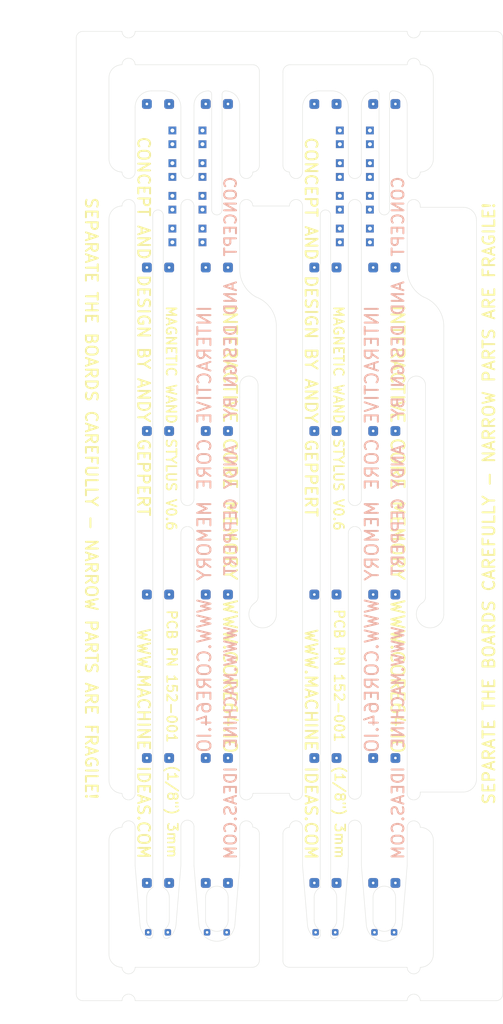
<source format=kicad_pcb>
(kicad_pcb (version 20221018) (generator pcbnew)
  (layers (0 "F.Cu" signal) (31 "B.Cu" signal) (34 "B.Paste" user) (35 "F.Paste" user) (36 "B.SilkS" user "B.Silkscreen") (37 "F.SilkS" user "F.Silkscreen") (38 "B.Mask" user) (39 "F.Mask" user) (44 "Edge.Cuts" user))
  (net 0 "")
  (footprint "TestPoint:TestPoint_Pad_1.5x1.5mm_no_silk_screen" (layer "F.Cu") (at 31.8 52)
    (fp_text reference "REF**" hide)
    (fp_text value "TestPoint_Pad_1.5x1.5mm_no_silk_screen")
    (pad "1" thru_hole roundrect (at 0 0) (size 1.5 1.5) (drill 0.4) (layers "*.Cu" "*.Mask"))
  )
  (footprint "TestPoint:TestPoint_Pad_1.5x1.5mm_no_silk_screen" (layer "F.Cu") (at 31.8 77)
    (fp_text reference "REF**" hide)
    (fp_text value "TestPoint_Pad_1.5x1.5mm_no_silk_screen")
    (pad "1" thru_hole roundrect (at 0 0) (size 1.5 1.5) (drill 0.4) (layers "*.Cu" "*.Mask"))
  )
  (footprint "TestPoint:TestPoint_Pad_1.5x1.5mm_no_silk_screen" (layer "F.Cu") (at 31.8 102)
    (fp_text reference "REF**" hide)
    (fp_text value "TestPoint_Pad_1.5x1.5mm_no_silk_screen")
    (pad "1" thru_hole roundrect (at 0 0) (size 1.5 1.5) (drill 0.4) (layers "*.Cu" "*.Mask"))
  )
  (footprint "TestPoint:TestPoint_Pad_1.5x1.5mm_no_silk_screen" (layer "F.Cu") (at 31.8 127)
    (fp_text reference "REF**" hide)
    (fp_text value "TestPoint_Pad_1.5x1.5mm_no_silk_screen")
    (pad "1" thru_hole roundrect (at 0 0) (size 1.5 1.5) (drill 0.4) (layers "*.Cu" "*.Mask"))
  )
  (footprint "TestPoint:TestPoint_Pad_1.5x1.5mm_no_silk_screen" (layer "F.Cu") (at 35.2 52)
    (fp_text reference "REF**" hide)
    (fp_text value "TestPoint_Pad_1.5x1.5mm_no_silk_screen")
    (pad "1" thru_hole roundrect (at 0 0) (size 1.5 1.5) (drill 0.4) (layers "*.Cu" "*.Mask"))
  )
  (footprint "TestPoint:TestPoint_Pad_1.5x1.5mm_no_silk_screen" (layer "F.Cu") (at 35.2 77)
    (fp_text reference "REF**" hide)
    (fp_text value "TestPoint_Pad_1.5x1.5mm_no_silk_screen")
    (pad "1" thru_hole roundrect (at 0 0) (size 1.5 1.5) (drill 0.4) (layers "*.Cu" "*.Mask"))
  )
  (footprint "TestPoint:TestPoint_Pad_1.5x1.5mm_no_silk_screen" (layer "F.Cu") (at 35.2 102)
    (fp_text reference "REF**" hide)
    (fp_text value "TestPoint_Pad_1.5x1.5mm_no_silk_screen")
    (pad "1" thru_hole roundrect (at 0 0) (size 1.5 1.5) (drill 0.4) (layers "*.Cu" "*.Mask"))
  )
  (footprint "TestPoint:TestPoint_Pad_1.5x1.5mm_no_silk_screen" (layer "F.Cu") (at 35.2 127)
    (fp_text reference "REF**" hide)
    (fp_text value "TestPoint_Pad_1.5x1.5mm_no_silk_screen")
    (pad "1" thru_hole roundrect (at 0 0) (size 1.5 1.5) (drill 0.4) (layers "*.Cu" "*.Mask"))
  )
  (footprint "TestPoint:TestPoint_Pad_1.5x1.5mm_no_silk_screen" (layer "F.Cu") (at 22.8 52)
    (fp_text reference "REF**" hide)
    (fp_text value "TestPoint_Pad_1.5x1.5mm_no_silk_screen")
    (pad "1" thru_hole roundrect (at 0 0) (size 1.5 1.5) (drill 0.4) (layers "*.Cu" "*.Mask"))
  )
  (footprint "TestPoint:TestPoint_Pad_1.5x1.5mm_no_silk_screen" (layer "F.Cu") (at 22.8 77)
    (fp_text reference "REF**" hide)
    (fp_text value "TestPoint_Pad_1.5x1.5mm_no_silk_screen")
    (pad "1" thru_hole roundrect (at 0 0) (size 1.5 1.5) (drill 0.4) (layers "*.Cu" "*.Mask"))
  )
  (footprint "TestPoint:TestPoint_Pad_1.5x1.5mm_no_silk_screen" (layer "F.Cu") (at 22.8 102)
    (fp_text reference "REF**" hide)
    (fp_text value "TestPoint_Pad_1.5x1.5mm_no_silk_screen")
    (pad "1" thru_hole roundrect (at 0 0) (size 1.5 1.5) (drill 0.4) (layers "*.Cu" "*.Mask"))
  )
  (footprint "TestPoint:TestPoint_Pad_1.5x1.5mm_no_silk_screen" (layer "F.Cu") (at 22.8 127)
    (fp_text reference "REF**" hide)
    (fp_text value "TestPoint_Pad_1.5x1.5mm_no_silk_screen")
    (pad "1" thru_hole roundrect (at 0 0) (size 1.5 1.5) (drill 0.4) (layers "*.Cu" "*.Mask"))
  )
  (footprint "TestPoint:TestPoint_Pad_1.5x1.5mm_no_silk_screen" (layer "F.Cu") (at 26.2 52)
    (fp_text reference "REF**" hide)
    (fp_text value "TestPoint_Pad_1.5x1.5mm_no_silk_screen")
    (pad "1" thru_hole roundrect (at 0 0) (size 1.5 1.5) (drill 0.4) (layers "*.Cu" "*.Mask"))
  )
  (footprint "TestPoint:TestPoint_Pad_1.5x1.5mm_no_silk_screen" (layer "F.Cu") (at 26.2 77)
    (fp_text reference "REF**" hide)
    (fp_text value "TestPoint_Pad_1.5x1.5mm_no_silk_screen")
    (pad "1" thru_hole roundrect (at 0 0) (size 1.5 1.5) (drill 0.4) (layers "*.Cu" "*.Mask"))
  )
  (footprint "TestPoint:TestPoint_Pad_1.5x1.5mm_no_silk_screen" (layer "F.Cu") (at 26.2 102)
    (fp_text reference "REF**" hide)
    (fp_text value "TestPoint_Pad_1.5x1.5mm_no_silk_screen")
    (pad "1" thru_hole roundrect (at 0 0) (size 1.5 1.5) (drill 0.4) (layers "*.Cu" "*.Mask"))
  )
  (footprint "TestPoint:TestPoint_Pad_1.5x1.5mm_no_silk_screen" (layer "F.Cu") (at 26.2 127)
    (fp_text reference "REF**" hide)
    (fp_text value "TestPoint_Pad_1.5x1.5mm_no_silk_screen")
    (pad "1" thru_hole roundrect (at 0 0) (size 1.5 1.5) (drill 0.4) (layers "*.Cu" "*.Mask"))
  )
  (footprint "Panelization:mouse-bite-3mm-slot-setback" (layer "F.Cu") (at 29 90 90)
    (fp_text reference "mouse-bite-3mm-slot" hide)
    (fp_text value "VAL**" hide)
    (pad "" np_thru_hole circle (at -1.512 -1 90) (size 0.5 0.5) (drill 0.5) (layers "*.Cu" "*.Mask"))
    (pad "" np_thru_hole circle (at -1.512 1 90) (size 0.5 0.5) (drill 0.5) (layers "*.Cu" "*.Mask"))
    (pad "" np_thru_hole circle (at -0.762 -1 90) (size 0.5 0.5) (drill 0.5) (layers "*.Cu" "*.Mask"))
    (pad "" np_thru_hole circle (at -0.762 1 90) (size 0.5 0.5) (drill 0.5) (layers "*.Cu" "*.Mask"))
    (pad "" np_thru_hole circle (at -0.012 -1 90) (size 0.5 0.5) (drill 0.5) (layers "*.Cu" "*.Mask"))
    (pad "" np_thru_hole circle (at -0.012 1 90) (size 0.5 0.5) (drill 0.5) (layers "*.Cu" "*.Mask"))
    (pad "" np_thru_hole circle (at 0.762 -1 90) (size 0.5 0.5) (drill 0.5) (layers "*.Cu" "*.Mask"))
    (pad "" np_thru_hole circle (at 0.762 1 90) (size 0.5 0.5) (drill 0.5) (layers "*.Cu" "*.Mask"))
    (pad "" np_thru_hole circle (at 1.524 -1 90) (size 0.5 0.5) (drill 0.5) (layers "*.Cu" "*.Mask"))
    (pad "" np_thru_hole circle (at 1.524 1 90) (size 0.5 0.5) (drill 0.5) (layers "*.Cu" "*.Mask"))
  )
  (footprint "Panelization:mouse-bite-3mm-slot-setback" (layer "F.Cu") (at 29 40 90)
    (fp_text reference "mouse-bite-3mm-slot" hide)
    (fp_text value "VAL**" hide)
    (pad "" np_thru_hole circle (at -1.512 -1 90) (size 0.5 0.5) (drill 0.5) (layers "*.Cu" "*.Mask"))
    (pad "" np_thru_hole circle (at -1.512 1 90) (size 0.5 0.5) (drill 0.5) (layers "*.Cu" "*.Mask"))
    (pad "" np_thru_hole circle (at -0.762 -1 90) (size 0.5 0.5) (drill 0.5) (layers "*.Cu" "*.Mask"))
    (pad "" np_thru_hole circle (at -0.762 1 90) (size 0.5 0.5) (drill 0.5) (layers "*.Cu" "*.Mask"))
    (pad "" np_thru_hole circle (at -0.012 -1 90) (size 0.5 0.5) (drill 0.5) (layers "*.Cu" "*.Mask"))
    (pad "" np_thru_hole circle (at -0.012 1 90) (size 0.5 0.5) (drill 0.5) (layers "*.Cu" "*.Mask"))
    (pad "" np_thru_hole circle (at 0.762 -1 90) (size 0.5 0.5) (drill 0.5) (layers "*.Cu" "*.Mask"))
    (pad "" np_thru_hole circle (at 0.762 1 90) (size 0.5 0.5) (drill 0.5) (layers "*.Cu" "*.Mask"))
    (pad "" np_thru_hole circle (at 1.524 -1 90) (size 0.5 0.5) (drill 0.5) (layers "*.Cu" "*.Mask"))
    (pad "" np_thru_hole circle (at 1.524 1 90) (size 0.5 0.5) (drill 0.5) (layers "*.Cu" "*.Mask"))
  )
  (footprint "Panelization:mouse-bite-3mm-slot-setback" (layer "F.Cu") (at 38 40 90)
    (fp_text reference "mouse-bite-3mm-slot" hide)
    (fp_text value "VAL**" hide)
    (pad "" np_thru_hole circle (at -1.512 -1 90) (size 0.5 0.5) (drill 0.5) (layers "*.Cu" "*.Mask"))
    (pad "" np_thru_hole circle (at -1.512 1 90) (size 0.5 0.5) (drill 0.5) (layers "*.Cu" "*.Mask"))
    (pad "" np_thru_hole circle (at -0.762 -1 90) (size 0.5 0.5) (drill 0.5) (layers "*.Cu" "*.Mask"))
    (pad "" np_thru_hole circle (at -0.762 1 90) (size 0.5 0.5) (drill 0.5) (layers "*.Cu" "*.Mask"))
    (pad "" np_thru_hole circle (at -0.012 -1 90) (size 0.5 0.5) (drill 0.5) (layers "*.Cu" "*.Mask"))
    (pad "" np_thru_hole circle (at -0.012 1 90) (size 0.5 0.5) (drill 0.5) (layers "*.Cu" "*.Mask"))
    (pad "" np_thru_hole circle (at 0.762 -1 90) (size 0.5 0.5) (drill 0.5) (layers "*.Cu" "*.Mask"))
    (pad "" np_thru_hole circle (at 0.762 1 90) (size 0.5 0.5) (drill 0.5) (layers "*.Cu" "*.Mask"))
    (pad "" np_thru_hole circle (at 1.524 -1 90) (size 0.5 0.5) (drill 0.5) (layers "*.Cu" "*.Mask"))
    (pad "" np_thru_hole circle (at 1.524 1 90) (size 0.5 0.5) (drill 0.5) (layers "*.Cu" "*.Mask"))
  )
  (footprint "Panelization:mouse-bite-3mm-slot-setback" (layer "F.Cu") (at 20 40 90)
    (fp_text reference "mouse-bite-3mm-slot" hide)
    (fp_text value "VAL**" hide)
    (pad "" np_thru_hole circle (at -1.512 -1 90) (size 0.5 0.5) (drill 0.5) (layers "*.Cu" "*.Mask"))
    (pad "" np_thru_hole circle (at -1.512 1 90) (size 0.5 0.5) (drill 0.5) (layers "*.Cu" "*.Mask"))
    (pad "" np_thru_hole circle (at -0.762 -1 90) (size 0.5 0.5) (drill 0.5) (layers "*.Cu" "*.Mask"))
    (pad "" np_thru_hole circle (at -0.762 1 90) (size 0.5 0.5) (drill 0.5) (layers "*.Cu" "*.Mask"))
    (pad "" np_thru_hole circle (at -0.012 -1 90) (size 0.5 0.5) (drill 0.5) (layers "*.Cu" "*.Mask"))
    (pad "" np_thru_hole circle (at -0.012 1 90) (size 0.5 0.5) (drill 0.5) (layers "*.Cu" "*.Mask"))
    (pad "" np_thru_hole circle (at 0.762 -1 90) (size 0.5 0.5) (drill 0.5) (layers "*.Cu" "*.Mask"))
    (pad "" np_thru_hole circle (at 0.762 1 90) (size 0.5 0.5) (drill 0.5) (layers "*.Cu" "*.Mask"))
    (pad "" np_thru_hole circle (at 1.524 -1 90) (size 0.5 0.5) (drill 0.5) (layers "*.Cu" "*.Mask"))
    (pad "" np_thru_hole circle (at 1.524 1 90) (size 0.5 0.5) (drill 0.5) (layers "*.Cu" "*.Mask"))
  )
  (footprint "Panelization:mouse-bite-3mm-slot-setback" (layer "F.Cu") (at 29 134.9 90)
    (fp_text reference "mouse-bite-3mm-slot" hide)
    (fp_text value "VAL**" hide)
    (pad "" np_thru_hole circle (at -1.512 -1 90) (size 0.5 0.5) (drill 0.5) (layers "*.Cu" "*.Mask"))
    (pad "" np_thru_hole circle (at -1.512 1 90) (size 0.5 0.5) (drill 0.5) (layers "*.Cu" "*.Mask"))
    (pad "" np_thru_hole circle (at -0.762 -1 90) (size 0.5 0.5) (drill 0.5) (layers "*.Cu" "*.Mask"))
    (pad "" np_thru_hole circle (at -0.762 1 90) (size 0.5 0.5) (drill 0.5) (layers "*.Cu" "*.Mask"))
    (pad "" np_thru_hole circle (at -0.012 -1 90) (size 0.5 0.5) (drill 0.5) (layers "*.Cu" "*.Mask"))
    (pad "" np_thru_hole circle (at -0.012 1 90) (size 0.5 0.5) (drill 0.5) (layers "*.Cu" "*.Mask"))
    (pad "" np_thru_hole circle (at 0.762 -1 90) (size 0.5 0.5) (drill 0.5) (layers "*.Cu" "*.Mask"))
    (pad "" np_thru_hole circle (at 0.762 1 90) (size 0.5 0.5) (drill 0.5) (layers "*.Cu" "*.Mask"))
    (pad "" np_thru_hole circle (at 1.524 -1 90) (size 0.5 0.5) (drill 0.5) (layers "*.Cu" "*.Mask"))
    (pad "" np_thru_hole circle (at 1.524 1 90) (size 0.5 0.5) (drill 0.5) (layers "*.Cu" "*.Mask"))
  )
  (footprint "Panelization:mouse-bite-3mm-slot-setback" (layer "F.Cu") (at 38 135 90)
    (fp_text reference "mouse-bite-3mm-slot" hide)
    (fp_text value "VAL**" hide)
    (pad "" np_thru_hole circle (at -1.512 -1 90) (size 0.5 0.5) (drill 0.5) (layers "*.Cu" "*.Mask"))
    (pad "" np_thru_hole circle (at -1.512 1 90) (size 0.5 0.5) (drill 0.5) (layers "*.Cu" "*.Mask"))
    (pad "" np_thru_hole circle (at -0.762 -1 90) (size 0.5 0.5) (drill 0.5) (layers "*.Cu" "*.Mask"))
    (pad "" np_thru_hole circle (at -0.762 1 90) (size 0.5 0.5) (drill 0.5) (layers "*.Cu" "*.Mask"))
    (pad "" np_thru_hole circle (at -0.012 -1 90) (size 0.5 0.5) (drill 0.5) (layers "*.Cu" "*.Mask"))
    (pad "" np_thru_hole circle (at -0.012 1 90) (size 0.5 0.5) (drill 0.5) (layers "*.Cu" "*.Mask"))
    (pad "" np_thru_hole circle (at 0.762 -1 90) (size 0.5 0.5) (drill 0.5) (layers "*.Cu" "*.Mask"))
    (pad "" np_thru_hole circle (at 0.762 1 90) (size 0.5 0.5) (drill 0.5) (layers "*.Cu" "*.Mask"))
    (pad "" np_thru_hole circle (at 1.524 -1 90) (size 0.5 0.5) (drill 0.5) (layers "*.Cu" "*.Mask"))
    (pad "" np_thru_hole circle (at 1.524 1 90) (size 0.5 0.5) (drill 0.5) (layers "*.Cu" "*.Mask"))
  )
  (footprint "Digikey:0805" (layer "F.Cu") (at 26.7 47.1 90)
    (fp_text reference "REF**" hide)
    (fp_text value "0805")
    (pad "1" thru_hole rect (at -1.05 0 90) (size 1.2 1.2) (drill 0.6) (layers "*.Cu" "*.Mask"))
    (pad "2" thru_hole rect (at 1.05 0 90) (size 1.2 1.2) (drill 0.6) (layers "*.Cu" "*.Mask"))
  )
  (footprint "Digikey:0805" (layer "F.Cu") (at 26.7 42.1 90)
    (fp_text reference "REF**" hide)
    (fp_text value "0805")
    (pad "1" thru_hole rect (at -1.05 0 90) (size 1.2 1.2) (drill 0.6) (layers "*.Cu" "*.Mask"))
    (pad "2" thru_hole rect (at 1.05 0 90) (size 1.2 1.2) (drill 0.6) (layers "*.Cu" "*.Mask"))
  )
  (footprint "Digikey:0805" (layer "F.Cu") (at 26.7 37.1 90)
    (fp_text reference "REF**" hide)
    (fp_text value "0805")
    (pad "1" thru_hole rect (at -1.05 0 90) (size 1.2 1.2) (drill 0.6) (layers "*.Cu" "*.Mask"))
    (pad "2" thru_hole rect (at 1.05 0 90) (size 1.2 1.2) (drill 0.6) (layers "*.Cu" "*.Mask"))
  )
  (footprint "Digikey:0805" (layer "F.Cu") (at 26.7 32.1 90)
    (fp_text reference "REF**" hide)
    (fp_text value "0805")
    (pad "1" thru_hole rect (at -1.05 0 90) (size 1.2 1.2) (drill 0.6) (layers "*.Cu" "*.Mask"))
    (pad "2" thru_hole rect (at 1.05 0 90) (size 1.2 1.2) (drill 0.6) (layers "*.Cu" "*.Mask"))
  )
  (footprint "Digikey:0805" (layer "F.Cu") (at 31.3 37.1 90)
    (fp_text reference "REF**" hide)
    (fp_text value "0805")
    (pad "1" thru_hole rect (at -1.05 0 90) (size 1.2 1.2) (drill 0.6) (layers "*.Cu" "*.Mask"))
    (pad "2" thru_hole rect (at 1.05 0 90) (size 1.2 1.2) (drill 0.6) (layers "*.Cu" "*.Mask"))
  )
  (footprint "Digikey:0805" (layer "F.Cu") (at 31.3 32.1 90)
    (fp_text reference "REF**" hide)
    (fp_text value "0805")
    (pad "1" thru_hole rect (at -1.05 0 90) (size 1.2 1.2) (drill 0.6) (layers "*.Cu" "*.Mask"))
    (pad "2" thru_hole rect (at 1.05 0 90) (size 1.2 1.2) (drill 0.6) (layers "*.Cu" "*.Mask"))
  )
  (footprint "Digikey:0805" (layer "F.Cu") (at 31.3 42.1 90)
    (fp_text reference "REF**" hide)
    (fp_text value "0805")
    (pad "1" thru_hole rect (at -1.05 0 90) (size 1.2 1.2) (drill 0.6) (layers "*.Cu" "*.Mask"))
    (pad "2" thru_hole rect (at 1.05 0 90) (size 1.2 1.2) (drill 0.6) (layers "*.Cu" "*.Mask"))
  )
  (footprint "Digikey:0805" (layer "F.Cu") (at 31.3 47.1 90)
    (fp_text reference "REF**" hide)
    (fp_text value "0805")
    (pad "1" thru_hole rect (at -1.05 0 90) (size 1.2 1.2) (drill 0.6) (layers "*.Cu" "*.Mask"))
    (pad "2" thru_hole rect (at 1.05 0 90) (size 1.2 1.2) (drill 0.6) (layers "*.Cu" "*.Mask"))
  )
  (footprint "TestPoint:TestPoint_Pad_1.5x1.5mm_no_silk_screen" (layer "F.Cu") (at 48.4 102)
    (fp_text reference "REF**" hide)
    (fp_text value "TestPoint_Pad_1.5x1.5mm_no_silk_screen")
    (pad "1" thru_hole roundrect (at 0 0) (size 1.5 1.5) (drill 0.4) (layers "*.Cu" "*.Mask"))
  )
  (footprint "TestPoint:TestPoint_Pad_1.5x1.5mm_no_silk_screen" (layer "F.Cu") (at 48.4 77)
    (fp_text reference "REF**" hide)
    (fp_text value "TestPoint_Pad_1.5x1.5mm_no_silk_screen")
    (pad "1" thru_hole roundrect (at 0 0) (size 1.5 1.5) (drill 0.4) (layers "*.Cu" "*.Mask"))
  )
  (footprint "TestPoint:TestPoint_Pad_1.5x1.5mm_no_silk_screen" (layer "F.Cu") (at 48.4 52)
    (fp_text reference "REF**" hide)
    (fp_text value "TestPoint_Pad_1.5x1.5mm_no_silk_screen")
    (pad "1" thru_hole roundrect (at 0 0) (size 1.5 1.5) (drill 0.4) (layers "*.Cu" "*.Mask"))
  )
  (footprint "TestPoint:TestPoint_Pad_1.5x1.5mm_no_silk_screen" (layer "F.Cu") (at 60.8 127)
    (fp_text reference "REF**" hide)
    (fp_text value "TestPoint_Pad_1.5x1.5mm_no_silk_screen")
    (pad "1" thru_hole roundrect (at 0 0) (size 1.5 1.5) (drill 0.4) (layers "*.Cu" "*.Mask"))
  )
  (footprint "TestPoint:TestPoint_Pad_1.5x1.5mm_no_silk_screen" (layer "F.Cu") (at 60.8 102)
    (fp_text reference "REF**" hide)
    (fp_text value "TestPoint_Pad_1.5x1.5mm_no_silk_screen")
    (pad "1" thru_hole roundrect (at 0 0) (size 1.5 1.5) (drill 0.4) (layers "*.Cu" "*.Mask"))
  )
  (footprint "TestPoint:TestPoint_Pad_1.5x1.5mm_no_silk_screen" (layer "F.Cu") (at 60.8 77)
    (fp_text reference "REF**" hide)
    (fp_text value "TestPoint_Pad_1.5x1.5mm_no_silk_screen")
    (pad "1" thru_hole roundrect (at 0 0) (size 1.5 1.5) (drill 0.4) (layers "*.Cu" "*.Mask"))
  )
  (footprint "TestPoint:TestPoint_Pad_1.5x1.5mm_no_silk_screen" (layer "F.Cu") (at 60.8 52)
    (fp_text reference "REF**" hide)
    (fp_text value "TestPoint_Pad_1.5x1.5mm_no_silk_screen")
    (pad "1" thru_hole roundrect (at 0 0) (size 1.5 1.5) (drill 0.4) (layers "*.Cu" "*.Mask"))
  )
  (footprint "TestPoint:TestPoint_Pad_1.5x1.5mm_no_silk_screen" (layer "F.Cu") (at 57.4 102)
    (fp_text reference "REF**" hide)
    (fp_text value "TestPoint_Pad_1.5x1.5mm_no_silk_screen")
    (pad "1" thru_hole roundrect (at 0 0) (size 1.5 1.5) (drill 0.4) (layers "*.Cu" "*.Mask"))
  )
  (footprint "TestPoint:TestPoint_Pad_1.5x1.5mm_no_silk_screen" (layer "F.Cu") (at 57.4 77)
    (fp_text reference "REF**" hide)
    (fp_text value "TestPoint_Pad_1.5x1.5mm_no_silk_screen")
    (pad "1" thru_hole roundrect (at 0 0) (size 1.5 1.5) (drill 0.4) (layers "*.Cu" "*.Mask"))
  )
  (footprint "TestPoint:TestPoint_Pad_1.5x1.5mm_no_silk_screen" (layer "F.Cu") (at 57.4 52)
    (fp_text reference "REF**" hide)
    (fp_text value "TestPoint_Pad_1.5x1.5mm_no_silk_screen")
    (pad "1" thru_hole roundrect (at 0 0) (size 1.5 1.5) (drill 0.4) (layers "*.Cu" "*.Mask"))
  )
  (footprint "Panelization:mouse-bite-3mm-slot-setback" (layer "F.Cu") (at 63.6 40 90)
    (fp_text reference "mouse-bite-3mm-slot" hide)
    (fp_text value "VAL**" hide)
    (pad "" np_thru_hole circle (at -1.512 -1 90) (size 0.5 0.5) (drill 0.5) (layers "*.Cu" "*.Mask"))
    (pad "" np_thru_hole circle (at -1.512 1 90) (size 0.5 0.5) (drill 0.5) (layers "*.Cu" "*.Mask"))
    (pad "" np_thru_hole circle (at -0.762 -1 90) (size 0.5 0.5) (drill 0.5) (layers "*.Cu" "*.Mask"))
    (pad "" np_thru_hole circle (at -0.762 1 90) (size 0.5 0.5) (drill 0.5) (layers "*.Cu" "*.Mask"))
    (pad "" np_thru_hole circle (at -0.012 -1 90) (size 0.5 0.5) (drill 0.5) (layers "*.Cu" "*.Mask"))
    (pad "" np_thru_hole circle (at -0.012 1 90) (size 0.5 0.5) (drill 0.5) (layers "*.Cu" "*.Mask"))
    (pad "" np_thru_hole circle (at 0.762 -1 90) (size 0.5 0.5) (drill 0.5) (layers "*.Cu" "*.Mask"))
    (pad "" np_thru_hole circle (at 0.762 1 90) (size 0.5 0.5) (drill 0.5) (layers "*.Cu" "*.Mask"))
    (pad "" np_thru_hole circle (at 1.524 -1 90) (size 0.5 0.5) (drill 0.5) (layers "*.Cu" "*.Mask"))
    (pad "" np_thru_hole circle (at 1.524 1 90) (size 0.5 0.5) (drill 0.5) (layers "*.Cu" "*.Mask"))
  )
  (footprint "Panelization:mouse-bite-3mm-slot-setback" (layer "F.Cu") (at 54.6 40 90)
    (fp_text reference "mouse-bite-3mm-slot" hide)
    (fp_text value "VAL**" hide)
    (pad "" np_thru_hole circle (at -1.512 -1 90) (size 0.5 0.5) (drill 0.5) (layers "*.Cu" "*.Mask"))
    (pad "" np_thru_hole circle (at -1.512 1 90) (size 0.5 0.5) (drill 0.5) (layers "*.Cu" "*.Mask"))
    (pad "" np_thru_hole circle (at -0.762 -1 90) (size 0.5 0.5) (drill 0.5) (layers "*.Cu" "*.Mask"))
    (pad "" np_thru_hole circle (at -0.762 1 90) (size 0.5 0.5) (drill 0.5) (layers "*.Cu" "*.Mask"))
    (pad "" np_thru_hole circle (at -0.012 -1 90) (size 0.5 0.5) (drill 0.5) (layers "*.Cu" "*.Mask"))
    (pad "" np_thru_hole circle (at -0.012 1 90) (size 0.5 0.5) (drill 0.5) (layers "*.Cu" "*.Mask"))
    (pad "" np_thru_hole circle (at 0.762 -1 90) (size 0.5 0.5) (drill 0.5) (layers "*.Cu" "*.Mask"))
    (pad "" np_thru_hole circle (at 0.762 1 90) (size 0.5 0.5) (drill 0.5) (layers "*.Cu" "*.Mask"))
    (pad "" np_thru_hole circle (at 1.524 -1 90) (size 0.5 0.5) (drill 0.5) (layers "*.Cu" "*.Mask"))
    (pad "" np_thru_hole circle (at 1.524 1 90) (size 0.5 0.5) (drill 0.5) (layers "*.Cu" "*.Mask"))
  )
  (footprint "Panelization:mouse-bite-3mm-slot-setback" (layer "F.Cu") (at 45.6 135 90)
    (fp_text reference "mouse-bite-3mm-slot" hide)
    (fp_text value "VAL**" hide)
    (pad "" np_thru_hole circle (at -1.512 -1 90) (size 0.5 0.5) (drill 0.5) (layers "*.Cu" "*.Mask"))
    (pad "" np_thru_hole circle (at -1.512 1 90) (size 0.5 0.5) (drill 0.5) (layers "*.Cu" "*.Mask"))
    (pad "" np_thru_hole circle (at -0.762 -1 90) (size 0.5 0.5) (drill 0.5) (layers "*.Cu" "*.Mask"))
    (pad "" np_thru_hole circle (at -0.762 1 90) (size 0.5 0.5) (drill 0.5) (layers "*.Cu" "*.Mask"))
    (pad "" np_thru_hole circle (at -0.012 -1 90) (size 0.5 0.5) (drill 0.5) (layers "*.Cu" "*.Mask"))
    (pad "" np_thru_hole circle (at -0.012 1 90) (size 0.5 0.5) (drill 0.5) (layers "*.Cu" "*.Mask"))
    (pad "" np_thru_hole circle (at 0.762 -1 90) (size 0.5 0.5) (drill 0.5) (layers "*.Cu" "*.Mask"))
    (pad "" np_thru_hole circle (at 0.762 1 90) (size 0.5 0.5) (drill 0.5) (layers "*.Cu" "*.Mask"))
    (pad "" np_thru_hole circle (at 1.524 -1 90) (size 0.5 0.5) (drill 0.5) (layers "*.Cu" "*.Mask"))
    (pad "" np_thru_hole circle (at 1.524 1 90) (size 0.5 0.5) (drill 0.5) (layers "*.Cu" "*.Mask"))
  )
  (footprint "Panelization:mouse-bite-3mm-slot-setback" (layer "F.Cu") (at 45.6 40 90)
    (fp_text reference "mouse-bite-3mm-slot" hide)
    (fp_text value "VAL**" hide)
    (pad "" np_thru_hole circle (at -1.512 -1 90) (size 0.5 0.5) (drill 0.5) (layers "*.Cu" "*.Mask"))
    (pad "" np_thru_hole circle (at -1.512 1 90) (size 0.5 0.5) (drill 0.5) (layers "*.Cu" "*.Mask"))
    (pad "" np_thru_hole circle (at -0.762 -1 90) (size 0.5 0.5) (drill 0.5) (layers "*.Cu" "*.Mask"))
    (pad "" np_thru_hole circle (at -0.762 1 90) (size 0.5 0.5) (drill 0.5) (layers "*.Cu" "*.Mask"))
    (pad "" np_thru_hole circle (at -0.012 -1 90) (size 0.5 0.5) (drill 0.5) (layers "*.Cu" "*.Mask"))
    (pad "" np_thru_hole circle (at -0.012 1 90) (size 0.5 0.5) (drill 0.5) (layers "*.Cu" "*.Mask"))
    (pad "" np_thru_hole circle (at 0.762 -1 90) (size 0.5 0.5) (drill 0.5) (layers "*.Cu" "*.Mask"))
    (pad "" np_thru_hole circle (at 0.762 1 90) (size 0.5 0.5) (drill 0.5) (layers "*.Cu" "*.Mask"))
    (pad "" np_thru_hole circle (at 1.524 -1 90) (size 0.5 0.5) (drill 0.5) (layers "*.Cu" "*.Mask"))
    (pad "" np_thru_hole circle (at 1.524 1 90) (size 0.5 0.5) (drill 0.5) (layers "*.Cu" "*.Mask"))
  )
  (footprint "Panelization:mouse-bite-3mm-slot-setback" (layer "F.Cu") (at 63.6 135 90)
    (fp_text reference "mouse-bite-3mm-slot" hide)
    (fp_text value "VAL**" hide)
    (pad "" np_thru_hole circle (at -1.512 -1 90) (size 0.5 0.5) (drill 0.5) (layers "*.Cu" "*.Mask"))
    (pad "" np_thru_hole circle (at -1.512 1 90) (size 0.5 0.5) (drill 0.5) (layers "*.Cu" "*.Mask"))
    (pad "" np_thru_hole circle (at -0.762 -1 90) (size 0.5 0.5) (drill 0.5) (layers "*.Cu" "*.Mask"))
    (pad "" np_thru_hole circle (at -0.762 1 90) (size 0.5 0.5) (drill 0.5) (layers "*.Cu" "*.Mask"))
    (pad "" np_thru_hole circle (at -0.012 -1 90) (size 0.5 0.5) (drill 0.5) (layers "*.Cu" "*.Mask"))
    (pad "" np_thru_hole circle (at -0.012 1 90) (size 0.5 0.5) (drill 0.5) (layers "*.Cu" "*.Mask"))
    (pad "" np_thru_hole circle (at 0.762 -1 90) (size 0.5 0.5) (drill 0.5) (layers "*.Cu" "*.Mask"))
    (pad "" np_thru_hole circle (at 0.762 1 90) (size 0.5 0.5) (drill 0.5) (layers "*.Cu" "*.Mask"))
    (pad "" np_thru_hole circle (at 1.524 -1 90) (size 0.5 0.5) (drill 0.5) (layers "*.Cu" "*.Mask"))
    (pad "" np_thru_hole circle (at 1.524 1 90) (size 0.5 0.5) (drill 0.5) (layers "*.Cu" "*.Mask"))
  )
  (footprint "Digikey:0805" (layer "F.Cu") (at 56.9 47.1 90)
    (fp_text reference "REF**" hide)
    (fp_text value "0805")
    (pad "1" thru_hole rect (at -1.05 0 90) (size 1.2 1.2) (drill 0.6) (layers "*.Cu" "*.Mask"))
    (pad "2" thru_hole rect (at 1.05 0 90) (size 1.2 1.2) (drill 0.6) (layers "*.Cu" "*.Mask"))
  )
  (footprint "Digikey:0805" (layer "F.Cu") (at 56.9 42.1 90)
    (fp_text reference "REF**" hide)
    (fp_text value "0805")
    (pad "1" thru_hole rect (at -1.05 0 90) (size 1.2 1.2) (drill 0.6) (layers "*.Cu" "*.Mask"))
    (pad "2" thru_hole rect (at 1.05 0 90) (size 1.2 1.2) (drill 0.6) (layers "*.Cu" "*.Mask"))
  )
  (footprint "Digikey:0805" (layer "F.Cu") (at 56.9 32.1 90)
    (fp_text reference "REF**" hide)
    (fp_text value "0805")
    (pad "1" thru_hole rect (at -1.05 0 90) (size 1.2 1.2) (drill 0.6) (layers "*.Cu" "*.Mask"))
    (pad "2" thru_hole rect (at 1.05 0 90) (size 1.2 1.2) (drill 0.6) (layers "*.Cu" "*.Mask"))
  )
  (footprint "Digikey:0805" (layer "F.Cu") (at 56.9 37.1 90)
    (fp_text reference "REF**" hide)
    (fp_text value "0805")
    (pad "1" thru_hole rect (at -1.05 0 90) (size 1.2 1.2) (drill 0.6) (layers "*.Cu" "*.Mask"))
    (pad "2" thru_hole rect (at 1.05 0 90) (size 1.2 1.2) (drill 0.6) (layers "*.Cu" "*.Mask"))
  )
  (footprint "Digikey:0805" (layer "F.Cu") (at 52.3 32.1 90)
    (fp_text reference "REF**" hide)
    (fp_text value "0805")
    (pad "1" thru_hole rect (at -1.05 0 90) (size 1.2 1.2) (drill 0.6) (layers "*.Cu" "*.Mask"))
    (pad "2" thru_hole rect (at 1.05 0 90) (size 1.2 1.2) (drill 0.6) (layers "*.Cu" "*.Mask"))
  )
  (footprint "Digikey:0805" (layer "F.Cu") (at 52.3 37.1 90)
    (fp_text reference "REF**" hide)
    (fp_text value "0805")
    (pad "1" thru_hole rect (at -1.05 0 90) (size 1.2 1.2) (drill 0.6) (layers "*.Cu" "*.Mask"))
    (pad "2" thru_hole rect (at 1.05 0 90) (size 1.2 1.2) (drill 0.6) (layers "*.Cu" "*.Mask"))
  )
  (footprint "Digikey:0805" (layer "F.Cu") (at 52.3 42.1 90)
    (fp_text reference "REF**" hide)
    (fp_text value "0805")
    (pad "1" thru_hole rect (at -1.05 0 90) (size 1.2 1.2) (drill 0.6) (layers "*.Cu" "*.Mask"))
    (pad "2" thru_hole rect (at 1.05 0 90) (size 1.2 1.2) (drill 0.6) (layers "*.Cu" "*.Mask"))
  )
  (footprint "Digikey:0805" (layer "F.Cu") (at 52.3 47.1 90)
    (fp_text reference "REF**" hide)
    (fp_text value "0805")
    (pad "1" thru_hole rect (at -1.05 0 90) (size 1.2 1.2) (drill 0.6) (layers "*.Cu" "*.Mask"))
    (pad "2" thru_hole rect (at 1.05 0 90) (size 1.2 1.2) (drill 0.6) (layers "*.Cu" "*.Mask"))
  )
  (footprint "TestPoint:TestPoint_Pad_1.5x1.5mm_no_silk_screen" (layer "F.Cu") (at 51.8 127)
    (fp_text reference "REF**" hide)
    (fp_text value "TestPoint_Pad_1.5x1.5mm_no_silk_screen")
    (pad "1" thru_hole roundrect (at 0 0) (size 1.5 1.5) (drill 0.4) (layers "*.Cu" "*.Mask"))
  )
  (footprint "TestPoint:TestPoint_Pad_1.5x1.5mm_no_silk_screen" (layer "F.Cu") (at 51.8 102)
    (fp_text reference "REF**" hide)
    (fp_text value "TestPoint_Pad_1.5x1.5mm_no_silk_screen")
    (pad "1" thru_hole roundrect (at 0 0) (size 1.5 1.5) (drill 0.4) (layers "*.Cu" "*.Mask"))
  )
  (footprint "TestPoint:TestPoint_Pad_1.5x1.5mm_no_silk_screen" (layer "F.Cu") (at 51.8 77)
    (fp_text reference "REF**" hide)
    (fp_text value "TestPoint_Pad_1.5x1.5mm_no_silk_screen")
    (pad "1" thru_hole roundrect (at 0 0) (size 1.5 1.5) (drill 0.4) (layers "*.Cu" "*.Mask"))
  )
  (footprint "TestPoint:TestPoint_Pad_1.5x1.5mm_no_silk_screen" (layer "F.Cu") (at 51.8 52)
    (fp_text reference "REF**" hide)
    (fp_text value "TestPoint_Pad_1.5x1.5mm_no_silk_screen")
    (pad "1" thru_hole roundrect (at 0 0) (size 1.5 1.5) (drill 0.4) (layers "*.Cu" "*.Mask"))
  )
  (footprint "TestPoint:TestPoint_Pad_1.5x1.5mm_no_silk_screen" (layer "F.Cu") (at 48.4 127)
    (fp_text reference "REF**" hide)
    (fp_text value "TestPoint_Pad_1.5x1.5mm_no_silk_screen")
    (pad "1" thru_hole roundrect (at 0 0) (size 1.5 1.5) (drill 0.4) (layers "*.Cu" "*.Mask"))
  )
  (footprint "Panelization:mouse-bite-3mm-slot-setback" (layer "F.Cu") (at 54.6 134.9 90)
    (fp_text reference "mouse-bite-3mm-slot" hide)
    (fp_text value "VAL**" hide)
    (pad "" np_thru_hole circle (at -1.512 -1 90) (size 0.5 0.5) (drill 0.5) (layers "*.Cu" "*.Mask"))
    (pad "" np_thru_hole circle (at -1.512 1 90) (size 0.5 0.5) (drill 0.5) (layers "*.Cu" "*.Mask"))
    (pad "" np_thru_hole circle (at -0.762 -1 90) (size 0.5 0.5) (drill 0.5) (layers "*.Cu" "*.Mask"))
    (pad "" np_thru_hole circle (at -0.762 1 90) (size 0.5 0.5) (drill 0.5) (layers "*.Cu" "*.Mask"))
    (pad "" np_thru_hole circle (at -0.012 -1 90) (size 0.5 0.5) (drill 0.5) (layers "*.Cu" "*.Mask"))
    (pad "" np_thru_hole circle (at -0.012 1 90) (size 0.5 0.5) (drill 0.5) (layers "*.Cu" "*.Mask"))
    (pad "" np_thru_hole circle (at 0.762 -1 90) (size 0.5 0.5) (drill 0.5) (layers "*.Cu" "*.Mask"))
    (pad "" np_thru_hole circle (at 0.762 1 90) (size 0.5 0.5) (drill 0.5) (layers "*.Cu" "*.Mask"))
    (pad "" np_thru_hole circle (at 1.524 -1 90) (size 0.5 0.5) (drill 0.5) (layers "*.Cu" "*.Mask"))
    (pad "" np_thru_hole circle (at 1.524 1 90) (size 0.5 0.5) (drill 0.5) (layers "*.Cu" "*.Mask"))
  )
  (footprint "Panelization:mouse-bite-3mm-slot-setback" (layer "F.Cu") (at 54.6 90 90)
    (fp_text reference "mouse-bite-3mm-slot" hide)
    (fp_text value "VAL**" hide)
    (pad "" np_thru_hole circle (at -1.512 -1 90) (size 0.5 0.5) (drill 0.5) (layers "*.Cu" "*.Mask"))
    (pad "" np_thru_hole circle (at -1.512 1 90) (size 0.5 0.5) (drill 0.5) (layers "*.Cu" "*.Mask"))
    (pad "" np_thru_hole circle (at -0.762 -1 90) (size 0.5 0.5) (drill 0.5) (layers "*.Cu" "*.Mask"))
    (pad "" np_thru_hole circle (at -0.762 1 90) (size 0.5 0.5) (drill 0.5) (layers "*.Cu" "*.Mask"))
    (pad "" np_thru_hole circle (at -0.012 -1 90) (size 0.5 0.5) (drill 0.5) (layers "*.Cu" "*.Mask"))
    (pad "" np_thru_hole circle (at -0.012 1 90) (size 0.5 0.5) (drill 0.5) (layers "*.Cu" "*.Mask"))
    (pad "" np_thru_hole circle (at 0.762 -1 90) (size 0.5 0.5) (drill 0.5) (layers "*.Cu" "*.Mask"))
    (pad "" np_thru_hole circle (at 0.762 1 90) (size 0.5 0.5) (drill 0.5) (layers "*.Cu" "*.Mask"))
    (pad "" np_thru_hole circle (at 1.524 -1 90) (size 0.5 0.5) (drill 0.5) (layers "*.Cu" "*.Mask"))
    (pad "" np_thru_hole circle (at 1.524 1 90) (size 0.5 0.5) (drill 0.5) (layers "*.Cu" "*.Mask"))
  )
  (footprint "TestPoint:TestPoint_Pad_1.5x1.5mm_no_silk_screen" (layer "F.Cu") (at 22.8 27)
    (fp_text reference "REF**" hide)
    (fp_text value "TestPoint_Pad_1.5x1.5mm_no_silk_screen")
    (pad "1" thru_hole roundrect (at 0 0) (size 1.5 1.5) (drill 0.4) (layers "*.Cu" "*.Mask"))
  )
  (footprint "TestPoint:TestPoint_Pad_1.5x1.5mm_no_silk_screen" (layer "F.Cu") (at 26.2 27)
    (fp_text reference "REF**" hide)
    (fp_text value "TestPoint_Pad_1.5x1.5mm_no_silk_screen")
    (pad "1" thru_hole roundrect (at 0 0) (size 1.5 1.5) (drill 0.4) (layers "*.Cu" "*.Mask"))
  )
  (footprint "Panelization:mouse-bite-3mm-slot-setback" (layer "F.Cu") (at 20 18.45 90)
    (fp_text reference "mouse-bite-3mm-slot" hide)
    (fp_text value "VAL**" hide)
    (pad "" np_thru_hole circle (at -1.512 -1 90) (size 0.5 0.5) (drill 0.5) (layers "*.Cu" "*.Mask"))
    (pad "" np_thru_hole circle (at -1.512 1 90) (size 0.5 0.5) (drill 0.5) (layers "*.Cu" "*.Mask"))
    (pad "" np_thru_hole circle (at -0.762 -1 90) (size 0.5 0.5) (drill 0.5) (layers "*.Cu" "*.Mask"))
    (pad "" np_thru_hole circle (at -0.762 1 90) (size 0.5 0.5) (drill 0.5) (layers "*.Cu" "*.Mask"))
    (pad "" np_thru_hole circle (at -0.012 -1 90) (size 0.5 0.5) (drill 0.5) (layers "*.Cu" "*.Mask"))
    (pad "" np_thru_hole circle (at -0.012 1 90) (size 0.5 0.5) (drill 0.5) (layers "*.Cu" "*.Mask"))
    (pad "" np_thru_hole circle (at 0.762 -1 90) (size 0.5 0.5) (drill 0.5) (layers "*.Cu" "*.Mask"))
    (pad "" np_thru_hole circle (at 0.762 1 90) (size 0.5 0.5) (drill 0.5) (layers "*.Cu" "*.Mask"))
    (pad "" np_thru_hole circle (at 1.524 -1 90) (size 0.5 0.5) (drill 0.5) (layers "*.Cu" "*.Mask"))
    (pad "" np_thru_hole circle (at 1.524 1 90) (size 0.5 0.5) (drill 0.5) (layers "*.Cu" "*.Mask"))
  )
  (footprint "TestPoint:TestPoint_Pad_1.5x1.5mm_no_silk_screen" (layer "F.Cu") (at 57.4 27)
    (fp_text reference "REF**" hide)
    (fp_text value "TestPoint_Pad_1.5x1.5mm_no_silk_screen")
    (pad "1" thru_hole roundrect (at 0 0) (size 1.5 1.5) (drill 0.4) (layers "*.Cu" "*.Mask"))
  )
  (footprint "TestPoint:TestPoint_Pad_1.5x1.5mm_no_silk_screen" (layer "F.Cu") (at 60.8 27)
    (fp_text reference "REF**" hide)
    (fp_text value "TestPoint_Pad_1.5x1.5mm_no_silk_screen")
    (pad "1" thru_hole roundrect (at 0 0) (size 1.5 1.5) (drill 0.4) (layers "*.Cu" "*.Mask"))
  )
  (footprint "TestPoint:TestPoint_Pad_1.5x1.5mm_no_silk_screen" (layer "F.Cu") (at 48.4 27)
    (fp_text reference "REF**" hide)
    (fp_text value "TestPoint_Pad_1.5x1.5mm_no_silk_screen")
    (pad "1" thru_hole roundrect (at 0 0) (size 1.5 1.5) (drill 0.4) (layers "*.Cu" "*.Mask"))
  )
  (footprint "TestPoint:TestPoint_Pad_1.5x1.5mm_no_silk_screen" (layer "F.Cu") (at 51.8 27)
    (fp_text reference "REF**" hide)
    (fp_text value "TestPoint_Pad_1.5x1.5mm_no_silk_screen")
    (pad "1" thru_hole roundrect (at 0 0) (size 1.5 1.5) (drill 0.4) (layers "*.Cu" "*.Mask"))
  )
  (footprint "TestPoint:TestPoint_Pad_1.5x1.5mm_no_silk_screen" (layer "F.Cu") (at 35.2 27)
    (fp_text reference "REF**" hide)
    (fp_text value "TestPoint_Pad_1.5x1.5mm_no_silk_screen")
    (pad "1" thru_hole roundrect (at 0 0) (size 1.5 1.5) (drill 0.4) (layers "*.Cu" "*.Mask"))
  )
  (footprint "TestPoint:TestPoint_Pad_1.5x1.5mm_no_silk_screen" (layer "F.Cu") (at 31.8 27)
    (fp_text reference "REF**" hide)
    (fp_text value "TestPoint_Pad_1.5x1.5mm_no_silk_screen")
    (pad "1" thru_hole roundrect (at 0 0) (size 1.5 1.5) (drill 0.4) (layers "*.Cu" "*.Mask"))
  )
  (footprint "Panelization:mouse-bite-3mm-slot-setback" (layer "F.Cu") (at 20 135 90)
    (fp_text reference "mouse-bite-3mm-slot" hide)
    (fp_text value "VAL**" hide)
    (pad "" np_thru_hole circle (at -1.512 -1 90) (size 0.5 0.5) (drill 0.5) (layers "*.Cu" "*.Mask"))
    (pad "" np_thru_hole circle (at -1.512 1 90) (size 0.5 0.5) (drill 0.5) (layers "*.Cu" "*.Mask"))
    (pad "" np_thru_hole circle (at -0.762 -1 90) (size 0.5 0.5) (drill 0.5) (layers "*.Cu" "*.Mask"))
    (pad "" np_thru_hole circle (at -0.762 1 90) (size 0.5 0.5) (drill 0.5) (layers "*.Cu" "*.Mask"))
    (pad "" np_thru_hole circle (at -0.012 -1 90) (size 0.5 0.5) (drill 0.5) (layers "*.Cu" "*.Mask"))
    (pad "" np_thru_hole circle (at -0.012 1 90) (size 0.5 0.5) (drill 0.5) (layers "*.Cu" "*.Mask"))
    (pad "" np_thru_hole circle (at 0.762 -1 90) (size 0.5 0.5) (drill 0.5) (layers "*.Cu" "*.Mask"))
    (pad "" np_thru_hole circle (at 0.762 1 90) (size 0.5 0.5) (drill 0.5) (layers "*.Cu" "*.Mask"))
    (pad "" np_thru_hole circle (at 1.524 -1 90) (size 0.5 0.5) (drill 0.5) (layers "*.Cu" "*.Mask"))
    (pad "" np_thru_hole circle (at 1.524 1 90) (size 0.5 0.5) (drill 0.5) (layers "*.Cu" "*.Mask"))
  )
  (footprint "Panelization:mouse-bite-3mm-slot-setback" (layer "F.Cu") (at 63.6 18.45 90)
    (fp_text reference "mouse-bite-3mm-slot" hide)
    (fp_text value "VAL**" hide)
    (pad "" np_thru_hole circle (at -1.512 -1 90) (size 0.5 0.5) (drill 0.5) (layers "*.Cu" "*.Mask"))
    (pad "" np_thru_hole circle (at -1.512 1 90) (size 0.5 0.5) (drill 0.5) (layers "*.Cu" "*.Mask"))
    (pad "" np_thru_hole circle (at -0.762 -1 90) (size 0.5 0.5) (drill 0.5) (layers "*.Cu" "*.Mask"))
    (pad "" np_thru_hole circle (at -0.762 1 90) (size 0.5 0.5) (drill 0.5) (layers "*.Cu" "*.Mask"))
    (pad "" np_thru_hole circle (at -0.012 -1 90) (size 0.5 0.5) (drill 0.5) (layers "*.Cu" "*.Mask"))
    (pad "" np_thru_hole circle (at -0.012 1 90) (size 0.5 0.5) (drill 0.5) (layers "*.Cu" "*.Mask"))
    (pad "" np_thru_hole circle (at 0.762 -1 90) (size 0.5 0.5) (drill 0.5) (layers "*.Cu" "*.Mask"))
    (pad "" np_thru_hole circle (at 0.762 1 90) (size 0.5 0.5) (drill 0.5) (layers "*.Cu" "*.Mask"))
    (pad "" np_thru_hole circle (at 1.524 -1 90) (size 0.5 0.5) (drill 0.5) (layers "*.Cu" "*.Mask"))
    (pad "" np_thru_hole circle (at 1.524 1 90) (size 0.5 0.5) (drill 0.5) (layers "*.Cu" "*.Mask"))
  )
  (footprint "Panelization:mouse-bite-3mm-slot-setback" (layer "F.Cu") (at 63.6 161.55 -90)
    (fp_text reference "mouse-bite-3mm-slot" hide)
    (fp_text value "VAL**" hide)
    (pad "" np_thru_hole circle (at -1.512 -1 270) (size 0.5 0.5) (drill 0.5) (layers "*.Cu" "*.Mask"))
    (pad "" np_thru_hole circle (at -1.512 1 270) (size 0.5 0.5) (drill 0.5) (layers "*.Cu" "*.Mask"))
    (pad "" np_thru_hole circle (at -0.762 -1 270) (size 0.5 0.5) (drill 0.5) (layers "*.Cu" "*.Mask"))
    (pad "" np_thru_hole circle (at -0.762 1 270) (size 0.5 0.5) (drill 0.5) (layers "*.Cu" "*.Mask"))
    (pad "" np_thru_hole circle (at -0.012 -1 270) (size 0.5 0.5) (drill 0.5) (layers "*.Cu" "*.Mask"))
    (pad "" np_thru_hole circle (at -0.012 1 270) (size 0.5 0.5) (drill 0.5) (layers "*.Cu" "*.Mask"))
    (pad "" np_thru_hole circle (at 0.762 -1 270) (size 0.5 0.5) (drill 0.5) (layers "*.Cu" "*.Mask"))
    (pad "" np_thru_hole circle (at 0.762 1 270) (size 0.5 0.5) (drill 0.5) (layers "*.Cu" "*.Mask"))
    (pad "" np_thru_hole circle (at 1.524 -1 270) (size 0.5 0.5) (drill 0.5) (layers "*.Cu" "*.Mask"))
    (pad "" np_thru_hole circle (at 1.524 1 270) (size 0.5 0.5) (drill 0.5) (layers "*.Cu" "*.Mask"))
  )
  (footprint "TestPoint:TestPoint_Pad_1.0x1.0mm_no_silk_screen" (layer "F.Cu") (at 57.6 153.65)
    (fp_text reference "REF**" hide)
    (fp_text value "TestPoint_Pad_1.0x1.0mm_no_silk_screen")
    (pad "1" thru_hole roundrect (at 0 0) (size 1 1) (drill 0.4) (layers "*.Cu" "*.Mask"))
  )
  (footprint "TestPoint:TestPoint_Pad_1.5x1.5mm_no_silk_screen" (layer "F.Cu") (at 57.4 127)
    (fp_text reference "REF**" hide)
    (fp_text value "TestPoint_Pad_1.5x1.5mm_no_silk_screen")
    (pad "1" thru_hole roundrect (at 0 0) (size 1.5 1.5) (drill 0.4) (layers "*.Cu" "*.Mask"))
  )
  (footprint "TestPoint:TestPoint_Pad_1.0x1.0mm_no_silk_screen" (layer "F.Cu") (at 51.6 153.65)
    (fp_text reference "REF**" hide)
    (fp_text value "TestPoint_Pad_1.0x1.0mm_no_silk_screen")
    (pad "1" thru_hole roundrect (at 0 0) (size 1 1) (drill 0.4) (layers "*.Cu" "*.Mask"))
  )
  (footprint "TestPoint:TestPoint_Pad_1.5x1.5mm_no_silk_screen" (layer "F.Cu") (at 60.8 146.1)
    (fp_text reference "REF**" hide)
    (fp_text value "TestPoint_Pad_1.5x1.5mm_no_silk_screen")
    (pad "1" thru_hole roundrect (at 0 0) (size 1.5 1.5) (drill 0.4) (layers "*.Cu" "*.Mask"))
  )
  (footprint "TestPoint:TestPoint_Pad_1.5x1.5mm_no_silk_screen" (layer "F.Cu") (at 57.4 146.1)
    (fp_text reference "REF**" hide)
    (fp_text value "TestPoint_Pad_1.5x1.5mm_no_silk_screen")
    (pad "1" thru_hole roundrect (at 0 0) (size 1.5 1.5) (drill 0.4) (layers "*.Cu" "*.Mask"))
  )
  (footprint "TestPoint:TestPoint_Pad_1.0x1.0mm_no_silk_screen" (layer "F.Cu") (at 32 153.65)
    (fp_text reference "REF**" hide)
    (fp_text value "TestPoint_Pad_1.0x1.0mm_no_silk_screen")
    (pad "1" thru_hole roundrect (at 0 0) (size 1 1) (drill 0.4) (layers "*.Cu" "*.Mask"))
  )
  (footprint "TestPoint:TestPoint_Pad_1.5x1.5mm_no_silk_screen" (layer "F.Cu") (at 48.4 146.1)
    (fp_text reference "REF**" hide)
    (fp_text value "TestPoint_Pad_1.5x1.5mm_no_silk_screen")
    (pad "1" thru_hole roundrect (at 0 0) (size 1.5 1.5) (drill 0.4) (layers "*.Cu" "*.Mask"))
  )
  (footprint "TestPoint:TestPoint_Pad_1.5x1.5mm_no_silk_screen" (layer "F.Cu") (at 31.8 146.1)
    (fp_text reference "REF**" hide)
    (fp_text value "TestPoint_Pad_1.5x1.5mm_no_silk_screen")
    (pad "1" thru_hole roundrect (at 0 0) (size 1.5 1.5) (drill 0.4) (layers "*.Cu" "*.Mask"))
  )
  (footprint "TestPoint:TestPoint_Pad_1.0x1.0mm_no_silk_screen" (layer "F.Cu") (at 23 153.65)
    (fp_text reference "REF**" hide)
    (fp_text value "TestPoint_Pad_1.0x1.0mm_no_silk_screen")
    (pad "1" thru_hole roundrect (at 0 0) (size 1 1) (drill 0.4) (layers "*.Cu" "*.Mask"))
  )
  (footprint "TestPoint:TestPoint_Pad_1.5x1.5mm_no_silk_screen" (layer "F.Cu") (at 22.8 146.1)
    (fp_text reference "REF**" hide)
    (fp_text value "TestPoint_Pad_1.5x1.5mm_no_silk_screen")
    (pad "1" thru_hole roundrect (at 0 0) (size 1.5 1.5) (drill 0.4) (layers "*.Cu" "*.Mask"))
  )
  (footprint "TestPoint:TestPoint_Pad_1.0x1.0mm_no_silk_screen" (layer "F.Cu") (at 60.6 153.65)
    (fp_text reference "REF**" hide)
    (fp_text value "TestPoint_Pad_1.0x1.0mm_no_silk_screen")
    (pad "1" thru_hole roundrect (at 0 0) (size 1 1) (drill 0.4) (layers "*.Cu" "*.Mask"))
  )
  (footprint "TestPoint:TestPoint_Pad_1.0x1.0mm_no_silk_screen" (layer "F.Cu") (at 35 153.65)
    (fp_text reference "REF**" hide)
    (fp_text value "TestPoint_Pad_1.0x1.0mm_no_silk_screen")
    (pad "1" thru_hole roundrect (at 0 0) (size 1 1) (drill 0.4) (layers "*.Cu" "*.Mask"))
  )
  (footprint "TestPoint:TestPoint_Pad_1.5x1.5mm_no_silk_screen" (layer "F.Cu") (at 35.2 146.1)
    (fp_text reference "REF**" hide)
    (fp_text value "TestPoint_Pad_1.5x1.5mm_no_silk_screen")
    (pad "1" thru_hole roundrect (at 0 0) (size 1.5 1.5) (drill 0.4) (layers "*.Cu" "*.Mask"))
  )
  (footprint "TestPoint:TestPoint_Pad_1.5x1.5mm_no_silk_screen" (layer "F.Cu") (at 51.8 146.1)
    (fp_text reference "REF**" hide)
    (fp_text value "TestPoint_Pad_1.5x1.5mm_no_silk_screen")
    (pad "1" thru_hole roundrect (at 0 0) (size 1.5 1.5) (drill 0.4) (layers "*.Cu" "*.Mask"))
  )
  (footprint "TestPoint:TestPoint_Pad_1.5x1.5mm_no_silk_screen" (layer "F.Cu") (at 26.2 146.1)
    (fp_text reference "REF**" hide)
    (fp_text value "TestPoint_Pad_1.5x1.5mm_no_silk_screen")
    (pad "1" thru_hole roundrect (at 0 0) (size 1.5 1.5) (drill 0.4) (layers "*.Cu" "*.Mask"))
  )
  (footprint "TestPoint:TestPoint_Pad_1.0x1.0mm_no_silk_screen" (layer "F.Cu") (at 26 153.65)
    (fp_text reference "REF**" hide)
    (fp_text value "TestPoint_Pad_1.0x1.0mm_no_silk_screen")
    (pad "1" thru_hole roundrect (at 0 0) (size 1 1) (drill 0.4) (layers "*.Cu" "*.Mask"))
  )
  (footprint "TestPoint:TestPoint_Pad_1.0x1.0mm_no_silk_screen" (layer "F.Cu") (at 48.6 153.65)
    (fp_text reference "REF**" hide)
    (fp_text value "TestPoint_Pad_1.0x1.0mm_no_silk_screen")
    (pad "1" thru_hole roundrect (at 0 0) (size 1 1) (drill 0.4) (layers "*.Cu" "*.Mask"))
  )
  (footprint "Panelization:mouse-bite-3mm-slot-setback" (layer "B.Cu") (at 20 161.55 -90)
    (fp_text reference "mouse-bite-3mm-slot" hide)
    (fp_text value "VAL**" hide)
    (pad "" np_thru_hole circle (at -1.512 -1 270) (size 0.5 0.5) (drill 0.5) (layers "*.Cu" "*.Mask"))
    (pad "" np_thru_hole circle (at -1.512 1 270) (size 0.5 0.5) (drill 0.5) (layers "*.Cu" "*.Mask"))
    (pad "" np_thru_hole circle (at -0.762 -1 270) (size 0.5 0.5) (drill 0.5) (layers "*.Cu" "*.Mask"))
    (pad "" np_thru_hole circle (at -0.762 1 270) (size 0.5 0.5) (drill 0.5) (layers "*.Cu" "*.Mask"))
    (pad "" np_thru_hole circle (at -0.012 -1 270) (size 0.5 0.5) (drill 0.5) (layers "*.Cu" "*.Mask"))
    (pad "" np_thru_hole circle (at -0.012 1 270) (size 0.5 0.5) (drill 0.5) (layers "*.Cu" "*.Mask"))
    (pad "" np_thru_hole circle (at 0.762 -1 270) (size 0.5 0.5) (drill 0.5) (layers "*.Cu" "*.Mask"))
    (pad "" np_thru_hole circle (at 0.762 1 270) (size 0.5 0.5) (drill 0.5) (layers "*.Cu" "*.Mask"))
    (pad "" np_thru_hole circle (at 1.524 -1 270) (size 0.5 0.5) (drill 0.5) (layers "*.Cu" "*.Mask"))
    (pad "" np_thru_hole circle (at 1.524 1 270) (size 0.5 0.5) (drill 0.5) (layers "*.Cu" "*.Mask"))
  )
  (gr_line (start 31.7728 148.319361) (end 31.7728 151.773761) (stroke (width 0.05)) (layer "Edge.Cuts"))
  (gr_line (start 30 143.4544) (end 30.750001 152.499999) (stroke (width 0.05)) (layer "Edge.Cuts"))
  (gr_line (start 37 52.3) (end 37 42.6) (stroke (width 0.05)) (layer "Edge.Cuts"))
  (gr_line (start 23.5 25) (end 25.5 25) (stroke (width 0.05)) (layer "Edge.Cuts"))
  (gr_line (start 25.302282 146.79) (end 25.3 44) (stroke (width 0.05)) (layer "Edge.Cuts"))
  (gr_line (start 23.7 44) (end 23.7 146.79) (stroke (width 0.05)) (layer "Edge.Cuts"))
  (gr_arc (start 25.5 25) (mid 27.267767 25.732233) (end 28 27.5) (stroke (width 0.05)) (layer "Edge.Cuts"))
  (gr_arc (start 21 27.5) (mid 21.732233 25.732233) (end 23.5 25) (stroke (width 0.05)) (layer "Edge.Cuts"))
  (gr_line (start 21 42.6) (end 21 132.4) (stroke (width 0.05)) (layer "Edge.Cuts"))
  (gr_arc (start 22.899739 154.500369) (mid 22.105932 153.626021) (end 21.750001 152.499999) (stroke (width 0.05)) (layer "Edge.Cuts"))
  (gr_arc (start 23.7 44) (mid 24.5 43.2) (end 25.3 44) (stroke (width 0.05)) (layer "Edge.Cuts"))
  (gr_arc (start 27.249549 152.499958) (mid 26.893676 153.625795) (end 26.1 154.5) (stroke (width 0.05)) (layer "Edge.Cuts"))
  (gr_line (start 28 37.4) (end 28 27.5) (stroke (width 0.05)) (layer "Edge.Cuts"))
  (gr_line (start 30 37.4) (end 30 27.2) (stroke (width 0.05)) (layer "Edge.Cuts"))
  (gr_arc (start 34.3 25.500001) (mid 34.446446 25.146447) (end 34.8 25) (stroke (width 0.05)) (layer "Edge.Cuts"))
  (gr_arc (start 30 87.4) (mid 29 88.4) (end 28 87.4) (stroke (width 0.05)) (layer "Edge.Cuts"))
  (gr_arc (start 28 92.6) (mid 29 91.6) (end 30 92.6) (stroke (width 0.05)) (layer "Edge.Cuts"))
  (gr_line (start 30 87.4) (end 30 67.8) (stroke (width 0.05)) (layer "Edge.Cuts"))
  (gr_line (start 28 67.8) (end 28 87.4) (stroke (width 0.05)) (layer "Edge.Cuts"))
  (gr_line (start 28 42.6) (end 28 67.8) (stroke (width 0.05)) (layer "Edge.Cuts"))
  (gr_line (start 30 67.8) (end 30 42.6) (stroke (width 0.05)) (layer "Edge.Cuts"))
  (gr_line (start 17 44.6) (end 17 130.4) (stroke (width 0.05)) (layer "Edge.Cuts"))
  (gr_arc (start 37 42.6) (mid 38 41.6) (end 39 42.6) (stroke (width 0.05)) (layer "Edge.Cuts"))
  (gr_arc (start 39 37.4) (mid 38 38.4) (end 37 37.4) (stroke (width 0.05)) (layer "Edge.Cuts"))
  (gr_arc (start 30 37.4) (mid 29 38.4) (end 28 37.4) (stroke (width 0.05)) (layer "Edge.Cuts"))
  (gr_arc (start 28 42.6) (mid 29 41.6) (end 30 42.6) (stroke (width 0.05)) (layer "Edge.Cuts"))
  (gr_arc (start 19 42.6) (mid 20 41.6) (end 21 42.6) (stroke (width 0.05)) (layer "Edge.Cuts"))
  (gr_arc (start 21 37.4) (mid 20 38.4) (end 19 37.4) (stroke (width 0.05)) (layer "Edge.Cuts"))
  (gr_arc (start 30 132.3) (mid 29 133.3) (end 28 132.3) (stroke (width 0.05)) (layer "Edge.Cuts"))
  (gr_arc (start 28 137.5) (mid 29 136.5) (end 30 137.5) (stroke (width 0.05)) (layer "Edge.Cuts"))
  (gr_line (start 44.6 42.6) (end 39 42.6) (stroke (width 0.05)) (layer "Edge.Cuts"))
  (gr_line (start 37 27.2) (end 37 37.4) (stroke (width 0.05)) (layer "Edge.Cuts"))
  (gr_arc (start 37 137.6) (mid 38 136.6) (end 39 137.6) (stroke (width 0.05)) (layer "Edge.Cuts"))
  (gr_arc (start 39 132.4) (mid 38 133.4) (end 37 132.4) (stroke (width 0.05)) (layer "Edge.Cuts"))
  (gr_line (start 28 92.6) (end 28 117.8) (stroke (width 0.05)) (layer "Edge.Cuts"))
  (gr_line (start 30 117.8) (end 30 92.6) (stroke (width 0.05)) (layer "Edge.Cuts"))
  (gr_line (start 30 137.5) (end 30 143.4544) (stroke (width 0.05)) (layer "Edge.Cuts"))
  (gr_line (start 30 117.8) (end 30 132.3) (stroke (width 0.05)) (layer "Edge.Cuts"))
  (gr_line (start 37 143.4544) (end 37 137.6) (stroke (width 0.05)) (layer "Edge.Cuts"))
  (gr_line (start 28 117.8) (end 28 132.3) (stroke (width 0.05)) (layer "Edge.Cuts"))
  (gr_line (start 21 27.5) (end 21 37.4) (stroke (width 0.05)) (layer "Edge.Cuts"))
  (gr_line (start 66.6 35.4) (end 66.6 23) (stroke (width 0.05)) (layer "Edge.Cuts"))
  (gr_line (start 64.6 132.2) (end 71.2 132.2) (stroke (width 0.05)) (layer "Edge.Cuts"))
  (gr_line (start 66.6 139.6) (end 66.6 157) (stroke (width 0.05)) (layer "Edge.Cuts"))
  (gr_line (start 71.2 42.8) (end 64.6 42.8) (stroke (width 0.05)) (layer "Edge.Cuts"))
  (gr_line (start 73.2 44.8) (end 73.2 130.2) (stroke (width 0.05)) (layer "Edge.Cuts"))
  (gr_arc (start 76.2 15.9) (mid 76.907107 16.192893) (end 77.2 16.9) (stroke (width 0.05)) (layer "Edge.Cuts"))
  (gr_line (start 13 15.9) (end 19 15.9) (stroke (width 0.05)) (layer "Edge.Cuts"))
  (gr_line (start 64.6 15.9) (end 76.2 15.9) (stroke (width 0.05)) (layer "Edge.Cuts"))
  (gr_arc (start 34.3 43.16) (mid 33.5 43.96) (end 32.7 43.16) (stroke (width 0.05)) (layer "Edge.Cuts"))
  (gr_line (start 64.6 42.6) (end 64.6 42.8) (stroke (width 0.05)) (layer "Edge.Cuts"))
  (gr_line (start 46.6 27.5) (end 46.6 37.4) (stroke (width 0.05)) (layer "Edge.Cuts"))
  (gr_line (start 53.6 117.8) (end 53.6 132.3) (stroke (width 0.05)) (layer "Edge.Cuts"))
  (gr_line (start 55.6 117.8) (end 55.6 132.3) (stroke (width 0.05)) (layer "Edge.Cuts"))
  (gr_line (start 55.6 117.8) (end 55.6 92.6) (stroke (width 0.05)) (layer "Edge.Cuts"))
  (gr_line (start 53.6 92.6) (end 53.6 117.8) (stroke (width 0.05)) (layer "Edge.Cuts"))
  (gr_arc (start 64.6 132.4) (mid 63.6 133.4) (end 62.6 132.4) (stroke (width 0.05)) (layer "Edge.Cuts"))
  (gr_arc (start 62.6 137.6) (mid 63.6 136.6) (end 64.6 137.6) (stroke (width 0.05)) (layer "Edge.Cuts"))
  (gr_line (start 62.6 27.2) (end 62.6 37.4) (stroke (width 0.05)) (layer "Edge.Cuts"))
  (gr_arc (start 46.6 37.4) (mid 45.6 38.4) (end 44.6 37.4) (stroke (width 0.05)) (layer "Edge.Cuts"))
  (gr_arc (start 44.6 42.6) (mid 45.6 41.6) (end 46.6 42.6) (stroke (width 0.05)) (layer "Edge.Cuts"))
  (gr_arc (start 55.6 37.4) (mid 54.6 38.4) (end 53.6 37.4) (stroke (width 0.05)) (layer "Edge.Cuts"))
  (gr_arc (start 53.6 42.6) (mid 54.6 41.6) (end 55.6 42.6) (stroke (width 0.05)) (layer "Edge.Cuts"))
  (gr_arc (start 64.6 37.4) (mid 63.6 38.4) (end 62.6 37.4) (stroke (width 0.05)) (layer "Edge.Cuts"))
  (gr_arc (start 62.6 42.6) (mid 63.6 41.6) (end 64.6 42.6) (stroke (width 0.05)) (layer "Edge.Cuts"))
  (gr_arc (start 46.6 132.4) (mid 45.6 133.4) (end 44.6 132.4) (stroke (width 0.05)) (layer "Edge.Cuts"))
  (gr_arc (start 44.6 137.6) (mid 45.6 136.6) (end 46.6 137.6) (stroke (width 0.05)) (layer "Edge.Cuts"))
  (gr_line (start 55.6 67.8) (end 55.6 42.6) (stroke (width 0.05)) (layer "Edge.Cuts"))
  (gr_line (start 53.6 42.6) (end 53.6 67.8) (stroke (width 0.05)) (layer "Edge.Cuts"))
  (gr_line (start 53.6 67.8) (end 53.6 87.4) (stroke (width 0.05)) (layer "Edge.Cuts"))
  (gr_line (start 55.6 87.4) (end 55.6 67.8) (stroke (width 0.05)) (layer "Edge.Cuts"))
  (gr_arc (start 53.6 137.5) (mid 54.6 136.5) (end 55.6 137.5) (stroke (width 0.05)) (layer "Edge.Cuts"))
  (gr_arc (start 53.6 92.6) (mid 54.6 91.6) (end 55.6 92.6) (stroke (width 0.05)) (layer "Edge.Cuts"))
  (gr_arc (start 55.6 132.3) (mid 54.6 133.3) (end 53.6 132.3) (stroke (width 0.05)) (layer "Edge.Cuts"))
  (gr_arc (start 55.6 87.4) (mid 54.6 88.4) (end 53.6 87.4) (stroke (width 0.05)) (layer "Edge.Cuts"))
  (gr_arc (start 59.9 25.500001) (mid 60.046446 25.146447) (end 60.4 25) (stroke (width 0.05)) (layer "Edge.Cuts"))
  (gr_arc (start 57.8 25) (mid 58.153553 25.146447) (end 58.3 25.5) (stroke (width 0.05)) (layer "Edge.Cuts"))
  (gr_line (start 55.6 37.4) (end 55.6 27.2) (stroke (width 0.05)) (layer "Edge.Cuts"))
  (gr_line (start 53.6 37.4) (end 53.6 27.5) (stroke (width 0.05)) (layer "Edge.Cuts"))
  (gr_line (start 46.6 42.6) (end 46.6 132.4) (stroke (width 0.05)) (layer "Edge.Cuts"))
  (gr_arc (start 46.6 27.5) (mid 47.332233 25.732233) (end 49.1 25) (stroke (width 0.05)) (layer "Edge.Cuts"))
  (gr_arc (start 51.1 25) (mid 52.867767 25.732233) (end 53.6 27.5) (stroke (width 0.05)) (layer "Edge.Cuts"))
  (gr_line (start 49.3 44) (end 49.3 146.79) (stroke (width 0.05)) (layer "Edge.Cuts"))
  (gr_line (start 50.902282 146.79) (end 50.9 44) (stroke (width 0.05)) (layer "Edge.Cuts"))
  (gr_arc (start 49.3 44) (mid 50.1 43.2) (end 50.9 44) (stroke (width 0.05)) (layer "Edge.Cuts"))
  (gr_line (start 49.1 25) (end 51.1 25) (stroke (width 0.05)) (layer "Edge.Cuts"))
  (gr_arc (start 68.201339 105) (mid 65.126856 106.862422) (end 64.9 103.275) (stroke (width 0.05)) (layer "Edge.Cuts"))
  (gr_arc (start 65.402554 102.35) (mid 65.268803 102.876352) (end 64.9 103.275) (stroke (width 0.05)) (layer "Edge.Cuts"))
  (gr_arc (start 62.6 70) (mid 64 68.6) (end 65.4 70) (stroke (width 0.05)) (layer "Edge.Cuts"))
  (gr_line (start 62.6 52.3) (end 62.6 42.6) (stroke (width 0.05)) (layer "Edge.Cuts"))
  (gr_line (start 65.4 70) (end 65.4 102.35) (stroke (width 0.05)) (layer "Edge.Cuts"))
  (gr_line (start 68.2 61) (end 68.2 105) (stroke (width 0.05)) (layer "Edge.Cuts"))
  (gr_arc (start 65.096323 56.509734) (mid 67.348566 58.270746) (end 68.2 61) (stroke (width 0.05)) (layer "Edge.Cuts"))
  (gr_arc (start 65.095762 56.510759) (mid 63.270814 54.747413) (end 62.6 52.3) (stroke (width 0.05)) (layer "Edge.Cuts"))
  (gr_arc (start 59.9 43.16) (mid 59.1 43.96) (end 58.3 43.16) (stroke (width 0.05)) (layer "Edge.Cuts"))
  (gr_line (start 59.9 43.16) (end 59.900001 25.500001) (stroke (width 0.05)) (layer "Edge.Cuts"))
  (gr_line (start 58.3 25.5) (end 58.3 43.16) (stroke (width 0.05)) (layer "Edge.Cuts"))
  (gr_arc (start 60.4 25) (mid 61.955635 25.644365) (end 62.6 27.2) (stroke (width 0.05)) (layer "Edge.Cuts"))
  (gr_arc (start 55.6 27.2) (mid 56.244365 25.644365) (end 57.8 25) (stroke (width 0.05)) (layer "Edge.Cuts"))
  (gr_line (start 62.6 132.4) (end 62.6 70) (stroke (width 0.05)) (layer "Edge.Cuts"))
  (gr_line (start 64.6 132.2) (end 64.6 132.4) (stroke (width 0.05)) (layer "Edge.Cuts"))
  (gr_line (start 21 164.1) (end 62.6 164.1) (stroke (width 0.05)) (layer "Edge.Cuts"))
  (gr_line (start 62.6 15.9) (end 21 15.9) (stroke (width 0.05)) (layer "Edge.Cuts"))
  (gr_arc (start 21 15.9) (mid 20 16.9) (end 19 15.9) (stroke (width 0.05)) (layer "Edge.Cuts"))
  (gr_arc (start 19 21) (mid 20 20) (end 21 21) (stroke (width 0.05)) (layer "Edge.Cuts"))
  (gr_line (start 21 21) (end 39 21) (stroke (width 0.05)) (layer "Edge.Cuts"))
  (gr_line (start 44.7 21) (end 62.6 21) (stroke (width 0.05)) (layer "Edge.Cuts"))
  (gr_line (start 43.6 36.4) (end 43.6 22.1) (stroke (width 0.05)) (layer "Edge.Cuts"))
  (gr_arc (start 19 37.4) (mid 17.585786 36.814214) (end 17 35.4) (stroke (width 0.05)) (layer "Edge.Cuts"))
  (gr_arc (start 17 44.6) (mid 17.585786 43.185786) (end 19 42.6) (stroke (width 0.05)) (layer "Edge.Cuts"))
  (gr_arc (start 17 139.6) (mid 17.585786 138.185786) (end 19 137.6) (stroke (width 0.05)) (layer "Edge.Cuts"))
  (gr_arc (start 19 132.4) (mid 17.585786 131.814214) (end 17 130.4) (stroke (width 0.05)) (layer "Edge.Cuts"))
  (gr_arc (start 21 132.4) (mid 20 133.4) (end 19 132.4) (stroke (width 0.05)) (layer "Edge.Cuts"))
  (gr_arc (start 19 137.6) (mid 20 136.6) (end 21 137.6) (stroke (width 0.05)) (layer "Edge.Cuts"))
  (gr_arc (start 62.6 21) (mid 63.6 20) (end 64.6 21) (stroke (width 0.05)) (layer "Edge.Cuts"))
  (gr_arc (start 64.6 15.9) (mid 63.6 16.9) (end 62.6 15.9) (stroke (width 0.05)) (layer "Edge.Cuts"))
  (gr_arc (start 66.6 35.4) (mid 66.014214 36.814214) (end 64.6 37.4) (stroke (width 0.05)) (layer "Edge.Cuts"))
  (gr_arc (start 17 23) (mid 17.585786 21.585786) (end 19 21) (stroke (width 0.05)) (layer "Edge.Cuts"))
  (gr_line (start 13 164.1) (end 19 164.1) (stroke (width 0.05)) (layer "Edge.Cuts"))
  (gr_arc (start 21 159) (mid 20 160) (end 19 159) (stroke (width 0.05)) (layer "Edge.Cuts"))
  (gr_arc (start 19 164.1) (mid 20 163.1) (end 21 164.1) (stroke (width 0.05)) (layer "Edge.Cuts"))
  (gr_arc (start 19 159) (mid 17.585786 158.414214) (end 17 157) (stroke (width 0.05)) (layer "Edge.Cuts"))
  (gr_arc (start 13 164.1) (mid 12.292893 163.807107) (end 12 163.1) (stroke (width 0.05)) (layer "Edge.Cuts"))
  (gr_arc (start 64.6 21) (mid 66.014214 21.585786) (end 66.6 23) (stroke (width 0.05)) (layer "Edge.Cuts"))
  (gr_arc (start 71.2 42.8) (mid 72.614214 43.385786) (end 73.2 44.8) (stroke (width 0.05)) (layer "Edge.Cuts"))
  (gr_line (start 76.2 164.1) (end 64.6 164.1) (stroke (width 0.05)) (layer "Edge.Cuts"))
  (gr_arc (start 64.6 159) (mid 63.6 160) (end 62.6 159) (stroke (width 0.05)) (layer "Edge.Cuts"))
  (gr_arc (start 62.6 164.1) (mid 63.6 163.1) (end 64.6 164.1) (stroke (width 0.05)) (layer "Edge.Cuts"))
  (gr_arc (start 66.6 157) (mid 66.014214 158.414214) (end 64.6 159) (stroke (width 0.05)) (layer "Edge.Cuts"))
  (gr_arc (start 77.2 163.1) (mid 76.907107 163.807107) (end 76.2 164.1) (stroke (width 0.05)) (layer "Edge.Cuts"))
  (gr_line (start 77.2 163.1) (end 77.2 16.9) (stroke (width 0.05)) (layer "Edge.Cuts"))
  (gr_arc (start 73.2 130.2) (mid 72.614214 131.614214) (end 71.2 132.2) (stroke (width 0.05)) (layer "Edge.Cuts"))
  (gr_arc (start 64.6 137.6) (mid 66.014214 138.185786) (end 66.6 139.6) (stroke (width 0.05)) (layer "Edge.Cuts"))
  (gr_line (start 38.9 159) (end 21 159) (stroke (width 0.05)) (layer "Edge.Cuts"))
  (gr_line (start 62.6 159) (end 44.6 159) (stroke (width 0.05)) (layer "Edge.Cuts"))
  (gr_arc (start 39 137.6) (mid 39.707107 137.892893) (end 40 138.6) (stroke (width 0.05)) (layer "Edge.Cuts"))
  (gr_line (start 40 138.6) (end 40 157.9) (stroke (width 0.05)) (layer "Edge.Cuts"))
  (gr_line (start 43.6 138.6) (end 43.6 158) (stroke (width 0.05)) (layer "Edge.Cuts"))
  (gr_arc (start 40 157.9) (mid 39.677817 158.677817) (end 38.9 159) (stroke (width 0.05)) (layer "Edge.Cuts"))
  (gr_arc (start 43.6 138.6) (mid 43.892893 137.892893) (end 44.6 137.6) (stroke (width 0.05)) (layer "Edge.Cuts"))
  (gr_arc (start 44.6 159) (mid 43.892893 158.707107) (end 43.6 158) (stroke (width 0.05)) (layer "Edge.Cuts"))
  (gr_arc (start 23.699999 154.099999) (mid 23.423607 154.547212) (end 22.900001 154.5) (stroke (width 0.05)) (layer "Edge.Cuts"))
  (gr_arc (start 26.1 154.5) (mid 25.576393 154.547214) (end 25.3 154.1) (stroke (width 0.05)) (layer "Edge.Cuts"))
  (gr_line (start 53.599549 143.454358) (end 53.6 137.5) (stroke (width 0.05)) (layer "Edge.Cuts"))
  (gr_line (start 34.3 43.16) (end 34.300001 25.500001) (stroke (width 0.05)) (layer "Edge.Cuts"))
  (gr_line (start 23.702567 153.3) (end 23.7 154.1) (stroke (width 0.05)) (layer "Edge.Cuts"))
  (gr_arc (start 32.2 25) (mid 32.553553 25.146447) (end 32.7 25.5) (stroke (width 0.05)) (layer "Edge.Cuts"))
  (gr_arc (start 60.8272 151.773761) (mid 59.1 153.500961) (end 57.3728 151.773761) (stroke (width 0.05)) (layer "Edge.Cuts"))
  (gr_line (start 48.3728 148.319361) (end 48.3728 151.773761) (stroke (width 0.05)) (layer "Edge.Cuts"))
  (gr_arc (start 39 21) (mid 39.707107 21.292893) (end 40 22) (stroke (width 0.05)) (layer "Edge.Cuts"))
  (gr_line (start 17 35.4) (end 17 23) (stroke (width 0.05)) (layer "Edge.Cuts"))
  (gr_line (start 55.6 143.4544) (end 56.350001 152.499999) (stroke (width 0.05)) (layer "Edge.Cuts"))
  (gr_line (start 55.6 137.5) (end 55.6 143.4544) (stroke (width 0.05)) (layer "Edge.Cuts"))
  (gr_arc (start 61.849999 152.500001) (mid 59.099999 155.011339) (end 56.350001 152.499999) (stroke (width 0.05)) (layer "Edge.Cuts"))
  (gr_line (start 52.849549 152.499958) (end 53.599549 143.454358) (stroke (width 0.05)) (layer "Edge.Cuts"))
  (gr_line (start 39 132.4) (end 44.6 132.4) (stroke (width 0.05)) (layer "Edge.Cuts"))
  (gr_line (start 35.2272 148.319361) (end 35.2272 151.773761) (stroke (width 0.05)) (layer "Edge.Cuts"))
  (gr_arc (start 51.7 154.5) (mid 51.176393 154.547214) (end 50.9 154.1) (stroke (width 0.05)) (layer "Edge.Cuts"))
  (gr_line (start 17 139.6) (end 17 157) (stroke (width 0.05)) (layer "Edge.Cuts"))
  (gr_arc (start 35.2272 151.773761) (mid 33.5 153.500961) (end 31.7728 151.773761) (stroke (width 0.05)) (layer "Edge.Cuts"))
  (gr_line (start 46.6 137.6) (end 46.6 143.4544) (stroke (width 0.05)) (layer "Edge.Cuts"))
  (gr_line (start 27.249549 152.499958) (end 27.999549 143.454358) (stroke (width 0.05)) (layer "Edge.Cuts"))
  (gr_arc (start 34.8 25) (mid 36.355635 25.644365) (end 37 27.2) (stroke (width 0.05)) (layer "Edge.Cuts"))
  (gr_arc (start 12 16.9) (mid 12.292893 16.192893) (end 13 15.9) (stroke (width 0.05)) (layer "Edge.Cuts"))
  (gr_arc (start 37 70) (mid 38.4 68.6) (end 39.8 70) (stroke (width 0.05)) (layer "Edge.Cuts"))
  (gr_arc (start 22.7728 148.319361) (mid 23.022703 147.425123) (end 23.7 146.79) (stroke (width 0.05)) (layer "Edge.Cuts"))
  (gr_arc (start 42.601339 105) (mid 39.526856 106.862422) (end 39.3 103.275) (stroke (width 0.05)) (layer "Edge.Cuts"))
  (gr_arc (start 39.495762 56.510759) (mid 37.670814 54.747413) (end 37 52.3) (stroke (width 0.05)) (layer "Edge.Cuts"))
  (gr_arc (start 51.8272 151.773761) (mid 51.577436 152.670942) (end 50.9 153.31) (stroke (width 0.05)) (layer "Edge.Cuts"))
  (gr_line (start 60.8272 148.319361) (end 60.8272 151.773761) (stroke (width 0.05)) (layer "Edge.Cuts"))
  (gr_arc (start 48.3728 148.319361) (mid 48.622703 147.425123) (end 49.3 146.79) (stroke (width 0.05)) (layer "Edge.Cuts"))
  (gr_arc (start 25.302282 146.79) (mid 25.977988 147.425714) (end 26.2272 148.319361) (stroke (width 0.05)) (layer "Edge.Cuts"))
  (gr_arc (start 23.702567 153.3) (mid 23.023544 152.667332) (end 22.7728 151.773761) (stroke (width 0.05)) (layer "Edge.Cuts"))
  (gr_line (start 37 132.4) (end 37 70) (stroke (width 0.05)) (layer "Edge.Cuts"))
  (gr_arc (start 57.3728 148.319361) (mid 59.1 146.592161) (end 60.8272 148.319361) (stroke (width 0.05)) (layer "Edge.Cuts"))
  (gr_line (start 22.7728 148.319361) (end 22.7728 151.773761) (stroke (width 0.05)) (layer "Edge.Cuts"))
  (gr_line (start 32.7 25.5) (end 32.7 43.16) (stroke (width 0.05)) (layer "Edge.Cuts"))
  (gr_line (start 39.8 70) (end 39.8 102.35) (stroke (width 0.05)) (layer "Edge.Cuts"))
  (gr_arc (start 52.849549 152.499958) (mid 52.493676 153.625795) (end 51.7 154.5) (stroke (width 0.05)) (layer "Edge.Cuts"))
  (gr_line (start 12 16.9) (end 12 163.1) (stroke (width 0.05)) (layer "Edge.Cuts"))
  (gr_arc (start 48.499739 154.500369) (mid 47.705932 153.626021) (end 47.350001 152.499999) (stroke (width 0.05)) (layer "Edge.Cuts"))
  (gr_arc (start 44.6 37.4) (mid 43.892893 37.107107) (end 43.6 36.4) (stroke (width 0.05)) (layer "Edge.Cuts"))
  (gr_line (start 57.3728 148.319361) (end 57.3728 151.773761) (stroke (width 0.05)) (layer "Edge.Cuts"))
  (gr_arc (start 50.902282 146.79) (mid 51.577988 147.425714) (end 51.8272 148.319361) (stroke (width 0.05)) (layer "Edge.Cuts"))
  (gr_line (start 40 36.4) (end 40 22) (stroke (width 0.05)) (layer "Edge.Cuts"))
  (gr_arc (start 43.6 22.1) (mid 43.922183 21.322183) (end 44.7 21) (stroke (width 0.05)) (layer "Edge.Cuts"))
  (gr_arc (start 39.496323 56.509734) (mid 41.748566 58.270746) (end 42.6 61) (stroke (width 0.05)) (layer "Edge.Cuts"))
  (gr_line (start 25.3 153.31) (end 25.3 154.1) (stroke (width 0.05)) (layer "Edge.Cuts"))
  (gr_arc (start 39.802554 102.35) (mid 39.668803 102.876352) (end 39.3 103.275) (stroke (width 0.05)) (layer "Edge.Cuts"))
  (gr_line (start 50.9 153.31) (end 50.9 154.1) (stroke (width 0.05)) (layer "Edge.Cuts"))
  (gr_line (start 21 143.4544) (end 21.750001 152.499999) (stroke (width 0.05)) (layer "Edge.Cuts"))
  (gr_arc (start 31.7728 148.319361) (mid 33.5 146.592161) (end 35.2272 148.319361) (stroke (width 0.05)) (layer "Edge.Cuts"))
  (gr_line (start 21 137.6) (end 21 143.4544) (stroke (width 0.05)) (layer "Edge.Cuts"))
  (gr_line (start 49.302567 153.3) (end 49.3 154.1) (stroke (width 0.05)) (layer "Edge.Cuts"))
  (gr_line (start 51.8272 148.319361) (end 51.8272 151.773761) (stroke (width 0.05)) (layer "Edge.Cuts"))
  (gr_arc (start 49.299999 154.099999) (mid 49.023607 154.547212) (end 48.500001 154.5) (stroke (width 0.05)) (layer "Edge.Cuts"))
  (gr_line (start 42.6 61) (end 42.6 105) (stroke (width 0.05)) (layer "Edge.Cuts"))
  (gr_arc (start 30 27.2) (mid 30.644365 25.644365) (end 32.2 25) (stroke (width 0.05)) (layer "Edge.Cuts"))
  (gr_line (start 26.2272 148.319361) (end 26.2272 151.773761) (stroke (width 0.05)) (layer "Edge.Cuts"))
  (gr_line (start 61.85 152.5) (end 62.6 143.4544) (stroke (width 0.05)) (layer "Edge.Cuts"))
  (gr_arc (start 26.2272 151.773761) (mid 25.977436 152.670941) (end 25.3 153.31) (stroke (width 0.05)) (layer "Edge.Cuts"))
  (gr_arc (start 49.302567 153.3) (mid 48.623544 152.667332) (end 48.3728 151.773761) (stroke (width 0.05)) (layer "Edge.Cuts"))
  (gr_arc (start 40 36.4) (mid 39.707107 37.107107) (end 39 37.4) (stroke (width 0.05)) (layer "Edge.Cuts"))
  (gr_line (start 36.25 152.5) (end 37 143.4544) (stroke (width 0.05)) (layer "Edge.Cuts"))
  (gr_line (start 46.6 143.4544) (end 47.350001 152.499999) (stroke (width 0.05)) (layer "Edge.Cuts"))
  (gr_line (start 27.999549 143.454358) (end 28 137.5) (stroke (width 0.05)) (layer "Edge.Cuts"))
  (gr_arc (start 36.249999 152.500001) (mid 33.499999 155.011339) (end 30.750001 152.499999) (stroke (width 0.05)) (layer "Edge.Cuts"))
  (gr_line (start 62.6 143.4544) (end 62.6 137.6) (stroke (width 0.05)) (layer "Edge.Cuts"))
  (gr_text "CONCEPT" (at 35.6 44.2 90) (layer "B.SilkS") (effects (font (size 1.8 1.8) (thickness 0.3)) (justify mirror)))
  (gr_text "IDEAS.COM" (at 35.6 135.4 90) (layer "B.SilkS") (effects (font (size 1.8 1.8) (thickness 0.3)) (justify mirror)))
  (gr_text "WWW.MACHINE" (at 35.6 116.2 90) (layer "B.SilkS") (effects (font (size 1.8 1.8) (thickness 0.3)) (justify mirror)))
  (gr_text "ANDY GEPPERT" (at 35.6 89.1 90) (layer "B.SilkS") (effects (font (size 1.8 1.8) (thickness 0.3)) (justify mirror)))
  (gr_text "AND DESIGN BY" (at 35.6 64.6 90) (layer "B.SilkS") (effects (font (size 1.8 1.8) (thickness 0.3)) (justify mirror)))
  (gr_text "IDEAS.COM" (at 61.2 135.4 90) (layer "B.SilkS") (effects (font (size 1.8 1.8) (thickness 0.3)) (justify mirror)))
  (gr_text "CONCEPT" (at 61.2 44.2 90) (layer "B.SilkS") (effects (font (size 1.8 1.8) (thickness 0.3)) (justify mirror)))
  (gr_text "WWW.MACHINE" (at 61.2 116.2 90) (layer "B.SilkS") (effects (font (size 1.8 1.8) (thickness 0.3)) (justify mirror)))
  (gr_text "AND DESIGN BY" (at 61.2 64.6 90) (layer "B.SilkS") (effects (font (size 1.8 1.8) (thickness 0.3)) (justify mirror)))
  (gr_text "ANDY GEPPERT" (at 61.2 89.1 90) (layer "B.SilkS") (effects (font (size 1.8 1.8) (thickness 0.3)) (justify mirror)))
  (gr_text "MEMORY" (at 31.6 93.8 90) (layer "B.SilkS") (effects (font (size 2 2) (thickness 0.3)) (justify mirror)))
  (gr_text "CORE" (at 31.6 82.1 90) (layer "B.SilkS") (effects (font (size 2 2) (thickness 0.3)) (justify mirror)))
  (gr_text "INTERACTIVE" (at 31.6 66.9 90) (layer "B.SilkS") (effects (font (size 2 2) (thickness 0.3)) (justify mirror)))
  (gr_text "WWW.CORE64.IO" (at 31.6 114.4 90) (layer "B.SilkS") (effects (font (size 2 2) (thickness 0.3)) (justify mirror)))
  (gr_text "MEMORY" (at 57.2 93.8 90) (layer "B.SilkS") (effects (font (size 2 2) (thickness 0.3)) (justify mirror)))
  (gr_text "INTERACTIVE" (at 57.2 66.9 90) (layer "B.SilkS") (effects (font (size 2 2) (thickness 0.3)) (justify mirror)))
  (gr_text "CORE" (at 57.2 82.1 90) (layer "B.SilkS") (effects (font (size 2 2) (thickness 0.3)) (justify mirror)))
  (gr_text "WWW.CORE64.IO" (at 57.2 114.4 90) (layer "B.SilkS") (effects (font (size 2 2) (thickness 0.3)) (justify mirror)))
  (gr_text "INTERACTIVE" (at 35.5 66.8 270) (layer "F.SilkS") (effects (font (size 2 2) (thickness 0.3))))
  (gr_text "WWW.CORE64.IO" (at 35.5 114.5 270) (layer "F.SilkS") (effects (font (size 2 2) (thickness 0.3))))
  (gr_text "CORE" (at 35.5 82 270) (layer "F.SilkS") (effects (font (size 2 2) (thickness 0.3))))
  (gr_text "MEMORY" (at 35.5 93.7 270) (layer "F.SilkS") (effects (font (size 2 2) (thickness 0.3))))
  (gr_text "STYLUS V0.6" (at 26.5 85.2 270) (layer "F.SilkS") (effects (font (size 1.5 1.5) (thickness 0.25))))
  (gr_text "MAGNETIC WAND" (at 26.5 66.9 270) (layer "F.SilkS") (effects (font (size 1.5 1.5) (thickness 0.25))))
  (gr_text "PCB PN 152-001" (at 26.6 114.5 270) (layer "F.SilkS") (effects (font (size 1.5 1.5) (thickness 0.25))))
  (gr_text "(1/8{dblquote}) 3mm" (at 26.7 135.2 270) (layer "F.SilkS") (effects (font (size 1.5 1.5) (thickness 0.25))))
  (gr_text "(1/8{dblquote}) 3mm" (at 52.3 135.3 270) (layer "F.SilkS") (effects (font (size 1.5 1.5) (thickness 0.25))))
  (gr_text "PCB PN 152-001" (at 52.2 114.4 270) (layer "F.SilkS") (effects (font (size 1.5 1.5) (thickness 0.25))))
  (gr_text "MAGNETIC WAND" (at 52.1 66.9 270) (layer "F.SilkS") (effects (font (size 1.5 1.5) (thickness 0.25))))
  (gr_text "STYLUS V0.6" (at 52.1 85.2 270) (layer "F.SilkS") (effects (font (size 1.5 1.5) (thickness 0.25))))
  (gr_text "MEMORY" (at 61.1 93.7 270) (layer "F.SilkS") (effects (font (size 2 2) (thickness 0.3))))
  (gr_text "CORE" (at 61.1 82 270) (layer "F.SilkS") (effects (font (size 2 2) (thickness 0.3))))
  (gr_text "INTERACTIVE" (at 61.1 66.8 270) (layer "F.SilkS") (effects (font (size 2 2) (thickness 0.3))))
  (gr_text "WWW.CORE64.IO" (at 61.1 114.5 270) (layer "F.SilkS") (effects (font (size 2 2) (thickness 0.3))))
  (gr_text "IDEAS.COM" (at 22.3 135.3 270) (layer "F.SilkS") (effects (font (size 1.8 1.8) (thickness 0.3))))
  (gr_text "CONCEPT AND" (at 22.3 41.4 270) (layer "F.SilkS") (effects (font (size 1.8 1.8) (thickness 0.3))))
  (gr_text "DESIGN BY ANDY" (at 22.3 64.4 270) (layer "F.SilkS") (effects (font (size 1.8 1.8) (thickness 0.3))))
  (gr_text "GEPPERT" (at 22.3 84.1 270) (layer "F.SilkS") (effects (font (size 1.8 1.8) (thickness 0.3))))
  (gr_text "WWW.MACHINE" (at 22.3 116.5 270) (layer "F.SilkS") (effects (font (size 1.8 1.8) (thickness 0.3))))
  (gr_text "WWW.MACHINE" (at 47.9 116.6 270) (layer "F.SilkS") (effects (font (size 1.8 1.8) (thickness 0.3))))
  (gr_text "IDEAS.COM" (at 47.9 135.4 270) (layer "F.SilkS") (effects (font (size 1.8 1.8) (thickness 0.3))))
  (gr_text "GEPPERT" (at 47.9 84.2 270) (layer "F.SilkS") (effects (font (size 1.8 1.8) (thickness 0.3))))
  (gr_text "CONCEPT AND" (at 47.9 41.5 270) (layer "F.SilkS") (effects (font (size 1.8 1.8) (thickness 0.3))))
  (gr_text "DESIGN BY ANDY" (at 47.9 64.5 270) (layer "F.SilkS") (effects (font (size 1.8 1.8) (thickness 0.3))))
  (gr_text "SEPARATE THE BOARDS CAREFULLY - NARROW PARTS ARE FRAGILE!" (at 14.3 87.3 270) (layer "F.SilkS") (effects (font (size 1.8 1.8) (thickness 0.3))))
  (gr_text "SEPARATE THE BOARDS CAREFULLY - NARROW PARTS ARE FRAGILE!" (at 75.1 88.1 90) (layer "F.SilkS") (effects (font (size 1.8 1.8) (thickness 0.3))))
)
</source>
